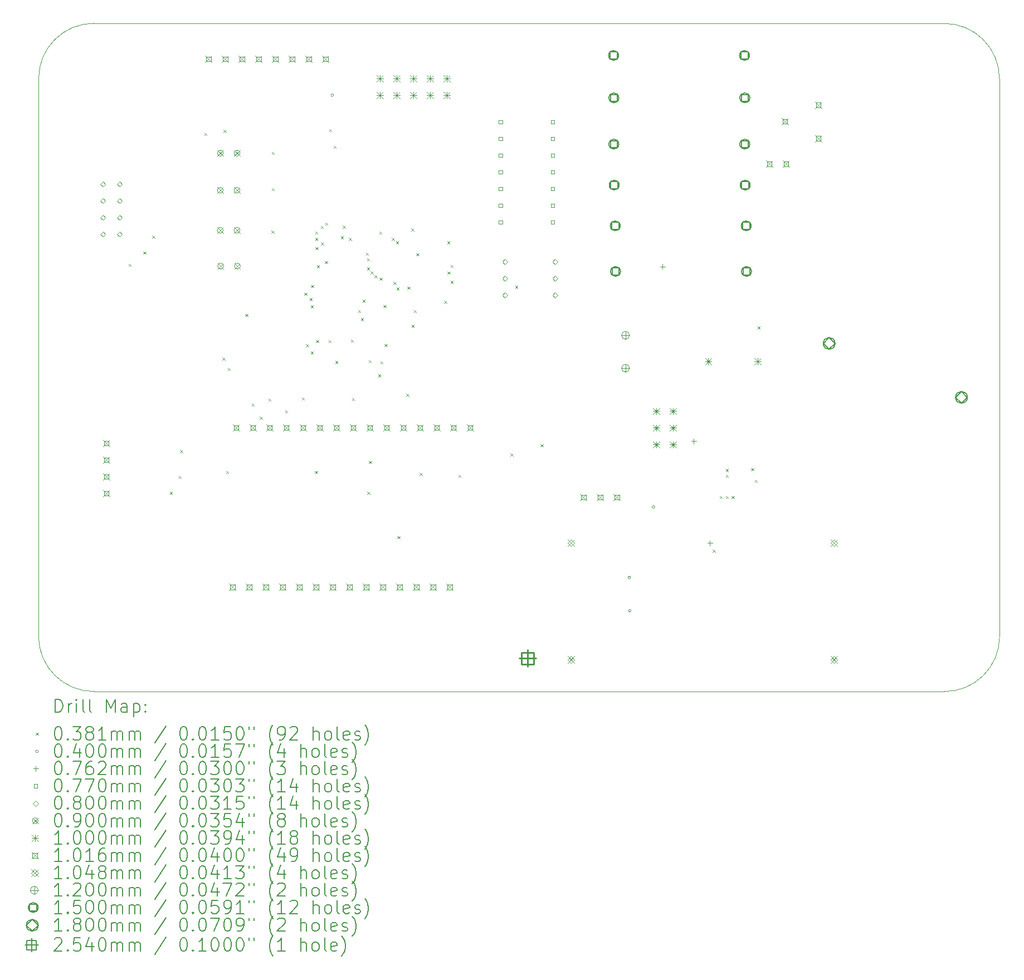
<source format=gbr>
%FSLAX45Y45*%
G04 Gerber Fmt 4.5, Leading zero omitted, Abs format (unit mm)*
G04 Created by KiCad (PCBNEW (6.0.4)) date 2023-03-10 14:52:50*
%MOMM*%
%LPD*%
G01*
G04 APERTURE LIST*
%TA.AperFunction,Profile*%
%ADD10C,0.100000*%
%TD*%
%ADD11C,0.200000*%
%ADD12C,0.038100*%
%ADD13C,0.040000*%
%ADD14C,0.076200*%
%ADD15C,0.077000*%
%ADD16C,0.080000*%
%ADD17C,0.090000*%
%ADD18C,0.100000*%
%ADD19C,0.101600*%
%ADD20C,0.104800*%
%ADD21C,0.120000*%
%ADD22C,0.150000*%
%ADD23C,0.180000*%
%ADD24C,0.254000*%
G04 APERTURE END LIST*
D10*
X20967000Y-13794000D02*
X8047345Y-13794000D01*
X21800737Y-4474263D02*
G75*
G03*
X20961737Y-3635263I-838997J3D01*
G01*
X21800737Y-4474263D02*
X21804000Y-12957000D01*
X7198347Y-12959250D02*
G75*
G03*
X8047345Y-13794000I841998J7250D01*
G01*
X8039000Y-3634000D02*
X20961737Y-3635263D01*
X20967000Y-13794000D02*
G75*
G03*
X21804000Y-12957000I0J837000D01*
G01*
X8039000Y-3634000D02*
G75*
G03*
X7200000Y-4473000I0J-839000D01*
G01*
X7198347Y-12959250D02*
X7200000Y-4473000D01*
D11*
D12*
X8566150Y-7288530D02*
X8604250Y-7326630D01*
X8604250Y-7288530D02*
X8566150Y-7326630D01*
X8792210Y-7105650D02*
X8830310Y-7143750D01*
X8830310Y-7105650D02*
X8792210Y-7143750D01*
X8926830Y-6861810D02*
X8964930Y-6899910D01*
X8964930Y-6861810D02*
X8926830Y-6899910D01*
X9193530Y-10758170D02*
X9231630Y-10796270D01*
X9231630Y-10758170D02*
X9193530Y-10796270D01*
X9328150Y-10514330D02*
X9366250Y-10552430D01*
X9366250Y-10514330D02*
X9328150Y-10552430D01*
X9348470Y-10123170D02*
X9386570Y-10161270D01*
X9386570Y-10123170D02*
X9348470Y-10161270D01*
X9716770Y-5299710D02*
X9754870Y-5337810D01*
X9754870Y-5299710D02*
X9716770Y-5337810D01*
X9993630Y-8716010D02*
X10031730Y-8754110D01*
X10031730Y-8716010D02*
X9993630Y-8754110D01*
X10011410Y-5253990D02*
X10049510Y-5292090D01*
X10049510Y-5253990D02*
X10011410Y-5292090D01*
X10049510Y-10438130D02*
X10087610Y-10476230D01*
X10087610Y-10438130D02*
X10049510Y-10476230D01*
X10074910Y-8873490D02*
X10113010Y-8911590D01*
X10113010Y-8873490D02*
X10074910Y-8911590D01*
X10341610Y-8050530D02*
X10379710Y-8088630D01*
X10379710Y-8050530D02*
X10341610Y-8088630D01*
X10438130Y-9417050D02*
X10476230Y-9455150D01*
X10476230Y-9417050D02*
X10438130Y-9455150D01*
X10560050Y-9615170D02*
X10598150Y-9653270D01*
X10598150Y-9615170D02*
X10560050Y-9653270D01*
X10692130Y-9338310D02*
X10730230Y-9376410D01*
X10730230Y-9338310D02*
X10692130Y-9376410D01*
X10739490Y-6785610D02*
X10777590Y-6823710D01*
X10777590Y-6785610D02*
X10739490Y-6823710D01*
X10740390Y-6140450D02*
X10778490Y-6178550D01*
X10778490Y-6140450D02*
X10740390Y-6178550D01*
X10742930Y-5589270D02*
X10781030Y-5627370D01*
X10781030Y-5589270D02*
X10742930Y-5627370D01*
X10946130Y-9516110D02*
X10984230Y-9554210D01*
X10984230Y-9516110D02*
X10946130Y-9554210D01*
X11200130Y-9323070D02*
X11238230Y-9361170D01*
X11238230Y-9323070D02*
X11200130Y-9361170D01*
X11238230Y-7730490D02*
X11276330Y-7768590D01*
X11276330Y-7730490D02*
X11238230Y-7768590D01*
X11264866Y-8513710D02*
X11302966Y-8551810D01*
X11302966Y-8513710D02*
X11264866Y-8551810D01*
X11318938Y-7809230D02*
X11357038Y-7847330D01*
X11357038Y-7809230D02*
X11318938Y-7847330D01*
X11333110Y-7921486D02*
X11371210Y-7959586D01*
X11371210Y-7921486D02*
X11333110Y-7959586D01*
X11334750Y-8622030D02*
X11372850Y-8660130D01*
X11372850Y-8622030D02*
X11334750Y-8660130D01*
X11339830Y-7613650D02*
X11377930Y-7651750D01*
X11377930Y-7613650D02*
X11339830Y-7651750D01*
X11398250Y-10438130D02*
X11436350Y-10476230D01*
X11436350Y-10438130D02*
X11398250Y-10476230D01*
X11400789Y-6897370D02*
X11438889Y-6935470D01*
X11438889Y-6897370D02*
X11400789Y-6935470D01*
X11400790Y-6798310D02*
X11438890Y-6836410D01*
X11438890Y-6798310D02*
X11400790Y-6836410D01*
X11405870Y-7037070D02*
X11443970Y-7075170D01*
X11443970Y-7037070D02*
X11405870Y-7075170D01*
X11416030Y-8449310D02*
X11454130Y-8487410D01*
X11454130Y-8449310D02*
X11416030Y-8487410D01*
X11427950Y-7312950D02*
X11466050Y-7351050D01*
X11466050Y-7312950D02*
X11427950Y-7351050D01*
X11487150Y-6714490D02*
X11525250Y-6752590D01*
X11525250Y-6714490D02*
X11487150Y-6752590D01*
X11492373Y-6963319D02*
X11530473Y-7001419D01*
X11530473Y-6963319D02*
X11492373Y-7001419D01*
X11552306Y-7246932D02*
X11590406Y-7285032D01*
X11590406Y-7246932D02*
X11552306Y-7285032D01*
X11554639Y-6665407D02*
X11592739Y-6703507D01*
X11592739Y-6665407D02*
X11554639Y-6703507D01*
X11606919Y-8452239D02*
X11645019Y-8490339D01*
X11645019Y-8452239D02*
X11606919Y-8490339D01*
X11614150Y-5241290D02*
X11652250Y-5279390D01*
X11652250Y-5241290D02*
X11614150Y-5279390D01*
X11683440Y-5495290D02*
X11721540Y-5533390D01*
X11721540Y-5495290D02*
X11683440Y-5533390D01*
X11708466Y-8769349D02*
X11746566Y-8807449D01*
X11746566Y-8769349D02*
X11708466Y-8807449D01*
X11793628Y-6870292D02*
X11831728Y-6908392D01*
X11831728Y-6870292D02*
X11793628Y-6908392D01*
X11822430Y-6709410D02*
X11860530Y-6747510D01*
X11860530Y-6709410D02*
X11822430Y-6747510D01*
X11916323Y-6895615D02*
X11954423Y-6933715D01*
X11954423Y-6895615D02*
X11916323Y-6933715D01*
X11946006Y-8440732D02*
X11984106Y-8478832D01*
X11984106Y-8440732D02*
X11946006Y-8478832D01*
X11962130Y-9330690D02*
X12000230Y-9368790D01*
X12000230Y-9330690D02*
X11962130Y-9368790D01*
X12054745Y-7992745D02*
X12092845Y-8030845D01*
X12092845Y-7992745D02*
X12054745Y-8030845D01*
X12096950Y-8114950D02*
X12135050Y-8153050D01*
X12135050Y-8114950D02*
X12096950Y-8153050D01*
X12121678Y-7834737D02*
X12159778Y-7872837D01*
X12159778Y-7834737D02*
X12121678Y-7872837D01*
X12173734Y-7122971D02*
X12211834Y-7161071D01*
X12211834Y-7122971D02*
X12173734Y-7161071D01*
X12190546Y-7204710D02*
X12228646Y-7242810D01*
X12228646Y-7204710D02*
X12190546Y-7242810D01*
X12190546Y-7344410D02*
X12228646Y-7382510D01*
X12228646Y-7344410D02*
X12190546Y-7382510D01*
X12195810Y-10755630D02*
X12233910Y-10793730D01*
X12233910Y-10755630D02*
X12195810Y-10793730D01*
X12213590Y-8756650D02*
X12251690Y-8794750D01*
X12251690Y-8756650D02*
X12213590Y-8794750D01*
X12221210Y-10288270D02*
X12259310Y-10326370D01*
X12259310Y-10288270D02*
X12221210Y-10326370D01*
X12246756Y-7406090D02*
X12284856Y-7444190D01*
X12284856Y-7406090D02*
X12246756Y-7444190D01*
X12305764Y-7465098D02*
X12343864Y-7503198D01*
X12343864Y-7465098D02*
X12305764Y-7503198D01*
X12358370Y-8972550D02*
X12396470Y-9010650D01*
X12396470Y-8972550D02*
X12358370Y-9010650D01*
X12377806Y-6797352D02*
X12415906Y-6835452D01*
X12415906Y-6797352D02*
X12377806Y-6835452D01*
X12381458Y-7500232D02*
X12419558Y-7538332D01*
X12419558Y-7500232D02*
X12381458Y-7538332D01*
X12393930Y-8771890D02*
X12432030Y-8809990D01*
X12432030Y-8771890D02*
X12393930Y-8809990D01*
X12438950Y-7915950D02*
X12477050Y-7954050D01*
X12477050Y-7915950D02*
X12438950Y-7954050D01*
X12454890Y-8510270D02*
X12492990Y-8548370D01*
X12492990Y-8510270D02*
X12454890Y-8548370D01*
X12565531Y-6895813D02*
X12603631Y-6933913D01*
X12603631Y-6895813D02*
X12565531Y-6933913D01*
X12591166Y-7564432D02*
X12629266Y-7602532D01*
X12629266Y-7564432D02*
X12591166Y-7602532D01*
X12631274Y-6947212D02*
X12669374Y-6985312D01*
X12669374Y-6947212D02*
X12631274Y-6985312D01*
X12640310Y-7651750D02*
X12678410Y-7689850D01*
X12678410Y-7651750D02*
X12640310Y-7689850D01*
X12650470Y-11428730D02*
X12688570Y-11466830D01*
X12688570Y-11428730D02*
X12650470Y-11466830D01*
X12788866Y-9267190D02*
X12826966Y-9305290D01*
X12826966Y-9267190D02*
X12788866Y-9305290D01*
X12804526Y-7638092D02*
X12842626Y-7676192D01*
X12842626Y-7638092D02*
X12804526Y-7676192D01*
X12861290Y-6752590D02*
X12899390Y-6790690D01*
X12899390Y-6752590D02*
X12861290Y-6790690D01*
X12866370Y-8218170D02*
X12904470Y-8256270D01*
X12904470Y-8218170D02*
X12866370Y-8256270D01*
X12901930Y-7994650D02*
X12940030Y-8032750D01*
X12940030Y-7994650D02*
X12901930Y-8032750D01*
X12940030Y-7131019D02*
X12978130Y-7169119D01*
X12978130Y-7131019D02*
X12940030Y-7169119D01*
X12990830Y-10468610D02*
X13028930Y-10506710D01*
X13028930Y-10468610D02*
X12990830Y-10506710D01*
X13360786Y-7851452D02*
X13398886Y-7889552D01*
X13398886Y-7851452D02*
X13360786Y-7889552D01*
X13409930Y-6948170D02*
X13448030Y-6986270D01*
X13448030Y-6948170D02*
X13409930Y-6986270D01*
X13415581Y-7409878D02*
X13453681Y-7447978D01*
X13453681Y-7409878D02*
X13415581Y-7447978D01*
X13461741Y-7306310D02*
X13499841Y-7344410D01*
X13499841Y-7306310D02*
X13461741Y-7344410D01*
X13461741Y-7547610D02*
X13499841Y-7585710D01*
X13499841Y-7547610D02*
X13461741Y-7585710D01*
X13579950Y-10499950D02*
X13618050Y-10538050D01*
X13618050Y-10499950D02*
X13579950Y-10538050D01*
X14370950Y-10173950D02*
X14409050Y-10212050D01*
X14409050Y-10173950D02*
X14370950Y-10212050D01*
X14441950Y-7624950D02*
X14480050Y-7663050D01*
X14480050Y-7624950D02*
X14441950Y-7663050D01*
X14827250Y-10034270D02*
X14865350Y-10072370D01*
X14865350Y-10034270D02*
X14827250Y-10072370D01*
X17443450Y-11637010D02*
X17481550Y-11675110D01*
X17481550Y-11637010D02*
X17443450Y-11675110D01*
X17550950Y-10820950D02*
X17589050Y-10859050D01*
X17589050Y-10820950D02*
X17550950Y-10859050D01*
X17640950Y-10410950D02*
X17679050Y-10449050D01*
X17679050Y-10410950D02*
X17640950Y-10449050D01*
X17640950Y-10500950D02*
X17679050Y-10539050D01*
X17679050Y-10500950D02*
X17640950Y-10539050D01*
X17640950Y-10820950D02*
X17679050Y-10859050D01*
X17679050Y-10820950D02*
X17640950Y-10859050D01*
X17730950Y-10821421D02*
X17769050Y-10859521D01*
X17769050Y-10821421D02*
X17730950Y-10859521D01*
X18026030Y-10395870D02*
X18064130Y-10433970D01*
X18064130Y-10395870D02*
X18026030Y-10433970D01*
X18080990Y-10575290D02*
X18119090Y-10613390D01*
X18119090Y-10575290D02*
X18080990Y-10613390D01*
X18124950Y-8240950D02*
X18163050Y-8279050D01*
X18163050Y-8240950D02*
X18124950Y-8279050D01*
D13*
X11681140Y-4726940D02*
G75*
G03*
X11681140Y-4726940I-20000J0D01*
G01*
X16194720Y-12059920D02*
G75*
G03*
X16194720Y-12059920I-20000J0D01*
G01*
X16202340Y-12565380D02*
G75*
G03*
X16202340Y-12565380I-20000J0D01*
G01*
X16563020Y-10988040D02*
G75*
G03*
X16563020Y-10988040I-20000J0D01*
G01*
D14*
X16680180Y-7294880D02*
X16680180Y-7371080D01*
X16642080Y-7332980D02*
X16718280Y-7332980D01*
X17155160Y-9949180D02*
X17155160Y-10025380D01*
X17117060Y-9987280D02*
X17193260Y-9987280D01*
X17402000Y-11496900D02*
X17402000Y-11573100D01*
X17363900Y-11535000D02*
X17440100Y-11535000D01*
D15*
X14245384Y-5160564D02*
X14245384Y-5106116D01*
X14190936Y-5106116D01*
X14190936Y-5160564D01*
X14245384Y-5160564D01*
X14245384Y-5414564D02*
X14245384Y-5360116D01*
X14190936Y-5360116D01*
X14190936Y-5414564D01*
X14245384Y-5414564D01*
X14245384Y-5668564D02*
X14245384Y-5614116D01*
X14190936Y-5614116D01*
X14190936Y-5668564D01*
X14245384Y-5668564D01*
X14245384Y-5922564D02*
X14245384Y-5868116D01*
X14190936Y-5868116D01*
X14190936Y-5922564D01*
X14245384Y-5922564D01*
X14245384Y-6176564D02*
X14245384Y-6122116D01*
X14190936Y-6122116D01*
X14190936Y-6176564D01*
X14245384Y-6176564D01*
X14245384Y-6430564D02*
X14245384Y-6376116D01*
X14190936Y-6376116D01*
X14190936Y-6430564D01*
X14245384Y-6430564D01*
X14245384Y-6684564D02*
X14245384Y-6630116D01*
X14190936Y-6630116D01*
X14190936Y-6684564D01*
X14245384Y-6684564D01*
X15039384Y-5160564D02*
X15039384Y-5106116D01*
X14984936Y-5106116D01*
X14984936Y-5160564D01*
X15039384Y-5160564D01*
X15039384Y-5414564D02*
X15039384Y-5360116D01*
X14984936Y-5360116D01*
X14984936Y-5414564D01*
X15039384Y-5414564D01*
X15039384Y-5668564D02*
X15039384Y-5614116D01*
X14984936Y-5614116D01*
X14984936Y-5668564D01*
X15039384Y-5668564D01*
X15039384Y-5922564D02*
X15039384Y-5868116D01*
X14984936Y-5868116D01*
X14984936Y-5922564D01*
X15039384Y-5922564D01*
X15039384Y-6176564D02*
X15039384Y-6122116D01*
X14984936Y-6122116D01*
X14984936Y-6176564D01*
X15039384Y-6176564D01*
X15039384Y-6430564D02*
X15039384Y-6376116D01*
X14984936Y-6376116D01*
X14984936Y-6430564D01*
X15039384Y-6430564D01*
X15039384Y-6684564D02*
X15039384Y-6630116D01*
X14984936Y-6630116D01*
X14984936Y-6684564D01*
X15039384Y-6684564D01*
D16*
X8176680Y-6119190D02*
X8216680Y-6079190D01*
X8176680Y-6039190D01*
X8136680Y-6079190D01*
X8176680Y-6119190D01*
X8176680Y-6373190D02*
X8216680Y-6333190D01*
X8176680Y-6293190D01*
X8136680Y-6333190D01*
X8176680Y-6373190D01*
X8176680Y-6627190D02*
X8216680Y-6587190D01*
X8176680Y-6547190D01*
X8136680Y-6587190D01*
X8176680Y-6627190D01*
X8176680Y-6881190D02*
X8216680Y-6841190D01*
X8176680Y-6801190D01*
X8136680Y-6841190D01*
X8176680Y-6881190D01*
X8430680Y-6119190D02*
X8470680Y-6079190D01*
X8430680Y-6039190D01*
X8390680Y-6079190D01*
X8430680Y-6119190D01*
X8430680Y-6373190D02*
X8470680Y-6333190D01*
X8430680Y-6293190D01*
X8390680Y-6333190D01*
X8430680Y-6373190D01*
X8430680Y-6627190D02*
X8470680Y-6587190D01*
X8430680Y-6547190D01*
X8390680Y-6587190D01*
X8430680Y-6627190D01*
X8430680Y-6881190D02*
X8470680Y-6841190D01*
X8430680Y-6801190D01*
X8390680Y-6841190D01*
X8430680Y-6881190D01*
X14286499Y-7300359D02*
X14326499Y-7260359D01*
X14286499Y-7220359D01*
X14246499Y-7260359D01*
X14286499Y-7300359D01*
X14286499Y-7554359D02*
X14326499Y-7514359D01*
X14286499Y-7474359D01*
X14246499Y-7514359D01*
X14286499Y-7554359D01*
X14286499Y-7808359D02*
X14326499Y-7768359D01*
X14286499Y-7728359D01*
X14246499Y-7768359D01*
X14286499Y-7808359D01*
X15048499Y-7300359D02*
X15088499Y-7260359D01*
X15048499Y-7220359D01*
X15008499Y-7260359D01*
X15048499Y-7300359D01*
X15048499Y-7554359D02*
X15088499Y-7514359D01*
X15048499Y-7474359D01*
X15008499Y-7514359D01*
X15048499Y-7554359D01*
X15048499Y-7808359D02*
X15088499Y-7768359D01*
X15048499Y-7728359D01*
X15008499Y-7768359D01*
X15048499Y-7808359D01*
D17*
X9913840Y-6734260D02*
X10003840Y-6824260D01*
X10003840Y-6734260D02*
X9913840Y-6824260D01*
X10003840Y-6779260D02*
G75*
G03*
X10003840Y-6779260I-45000J0D01*
G01*
X9914340Y-6127200D02*
X10004340Y-6217200D01*
X10004340Y-6127200D02*
X9914340Y-6217200D01*
X10004340Y-6172200D02*
G75*
G03*
X10004340Y-6172200I-45000J0D01*
G01*
X9916380Y-5563320D02*
X10006380Y-5653320D01*
X10006380Y-5563320D02*
X9916380Y-5653320D01*
X10006380Y-5608320D02*
G75*
G03*
X10006380Y-5608320I-45000J0D01*
G01*
X9921460Y-7280360D02*
X10011460Y-7370360D01*
X10011460Y-7280360D02*
X9921460Y-7370360D01*
X10011460Y-7325360D02*
G75*
G03*
X10011460Y-7325360I-45000J0D01*
G01*
X10167840Y-6734260D02*
X10257840Y-6824260D01*
X10257840Y-6734260D02*
X10167840Y-6824260D01*
X10257840Y-6779260D02*
G75*
G03*
X10257840Y-6779260I-45000J0D01*
G01*
X10168340Y-6127200D02*
X10258340Y-6217200D01*
X10258340Y-6127200D02*
X10168340Y-6217200D01*
X10258340Y-6172200D02*
G75*
G03*
X10258340Y-6172200I-45000J0D01*
G01*
X10170380Y-5563320D02*
X10260380Y-5653320D01*
X10260380Y-5563320D02*
X10170380Y-5653320D01*
X10260380Y-5608320D02*
G75*
G03*
X10260380Y-5608320I-45000J0D01*
G01*
X10175460Y-7280360D02*
X10265460Y-7370360D01*
X10265460Y-7280360D02*
X10175460Y-7370360D01*
X10265460Y-7325360D02*
G75*
G03*
X10265460Y-7325360I-45000J0D01*
G01*
D18*
X12337580Y-4422940D02*
X12437580Y-4522940D01*
X12437580Y-4422940D02*
X12337580Y-4522940D01*
X12387580Y-4422940D02*
X12387580Y-4522940D01*
X12337580Y-4472940D02*
X12437580Y-4472940D01*
X12337580Y-4676940D02*
X12437580Y-4776940D01*
X12437580Y-4676940D02*
X12337580Y-4776940D01*
X12387580Y-4676940D02*
X12387580Y-4776940D01*
X12337580Y-4726940D02*
X12437580Y-4726940D01*
X12591580Y-4422940D02*
X12691580Y-4522940D01*
X12691580Y-4422940D02*
X12591580Y-4522940D01*
X12641580Y-4422940D02*
X12641580Y-4522940D01*
X12591580Y-4472940D02*
X12691580Y-4472940D01*
X12591580Y-4676940D02*
X12691580Y-4776940D01*
X12691580Y-4676940D02*
X12591580Y-4776940D01*
X12641580Y-4676940D02*
X12641580Y-4776940D01*
X12591580Y-4726940D02*
X12691580Y-4726940D01*
X12845580Y-4422940D02*
X12945580Y-4522940D01*
X12945580Y-4422940D02*
X12845580Y-4522940D01*
X12895580Y-4422940D02*
X12895580Y-4522940D01*
X12845580Y-4472940D02*
X12945580Y-4472940D01*
X12845580Y-4676940D02*
X12945580Y-4776940D01*
X12945580Y-4676940D02*
X12845580Y-4776940D01*
X12895580Y-4676940D02*
X12895580Y-4776940D01*
X12845580Y-4726940D02*
X12945580Y-4726940D01*
X13099580Y-4422940D02*
X13199580Y-4522940D01*
X13199580Y-4422940D02*
X13099580Y-4522940D01*
X13149580Y-4422940D02*
X13149580Y-4522940D01*
X13099580Y-4472940D02*
X13199580Y-4472940D01*
X13099580Y-4676940D02*
X13199580Y-4776940D01*
X13199580Y-4676940D02*
X13099580Y-4776940D01*
X13149580Y-4676940D02*
X13149580Y-4776940D01*
X13099580Y-4726940D02*
X13199580Y-4726940D01*
X13353580Y-4422940D02*
X13453580Y-4522940D01*
X13453580Y-4422940D02*
X13353580Y-4522940D01*
X13403580Y-4422940D02*
X13403580Y-4522940D01*
X13353580Y-4472940D02*
X13453580Y-4472940D01*
X13353580Y-4676940D02*
X13453580Y-4776940D01*
X13453580Y-4676940D02*
X13353580Y-4776940D01*
X13403580Y-4676940D02*
X13403580Y-4776940D01*
X13353580Y-4726940D02*
X13453580Y-4726940D01*
X16535659Y-9481581D02*
X16635659Y-9581581D01*
X16635659Y-9481581D02*
X16535659Y-9581581D01*
X16585659Y-9481581D02*
X16585659Y-9581581D01*
X16535659Y-9531581D02*
X16635659Y-9531581D01*
X16535659Y-9735581D02*
X16635659Y-9835581D01*
X16635659Y-9735581D02*
X16535659Y-9835581D01*
X16585659Y-9735581D02*
X16585659Y-9835581D01*
X16535659Y-9785581D02*
X16635659Y-9785581D01*
X16535659Y-9989581D02*
X16635659Y-10089581D01*
X16635659Y-9989581D02*
X16535659Y-10089581D01*
X16585659Y-9989581D02*
X16585659Y-10089581D01*
X16535659Y-10039581D02*
X16635659Y-10039581D01*
X16789659Y-9481581D02*
X16889659Y-9581581D01*
X16889659Y-9481581D02*
X16789659Y-9581581D01*
X16839659Y-9481581D02*
X16839659Y-9581581D01*
X16789659Y-9531581D02*
X16889659Y-9531581D01*
X16789659Y-9735581D02*
X16889659Y-9835581D01*
X16889659Y-9735581D02*
X16789659Y-9835581D01*
X16839659Y-9735581D02*
X16839659Y-9835581D01*
X16789659Y-9785581D02*
X16889659Y-9785581D01*
X16789659Y-9989581D02*
X16889659Y-10089581D01*
X16889659Y-9989581D02*
X16789659Y-10089581D01*
X16839659Y-9989581D02*
X16839659Y-10089581D01*
X16789659Y-10039581D02*
X16889659Y-10039581D01*
X17327980Y-8723160D02*
X17427980Y-8823160D01*
X17427980Y-8723160D02*
X17327980Y-8823160D01*
X17377980Y-8723160D02*
X17377980Y-8823160D01*
X17327980Y-8773160D02*
X17427980Y-8773160D01*
X18077980Y-8723160D02*
X18177980Y-8823160D01*
X18177980Y-8723160D02*
X18077980Y-8823160D01*
X18127980Y-8723160D02*
X18127980Y-8823160D01*
X18077980Y-8773160D02*
X18177980Y-8773160D01*
D19*
X8178800Y-9969500D02*
X8280400Y-10071100D01*
X8280400Y-9969500D02*
X8178800Y-10071100D01*
X8265521Y-10056221D02*
X8265521Y-9984379D01*
X8193679Y-9984379D01*
X8193679Y-10056221D01*
X8265521Y-10056221D01*
X8178800Y-10223500D02*
X8280400Y-10325100D01*
X8280400Y-10223500D02*
X8178800Y-10325100D01*
X8265521Y-10310221D02*
X8265521Y-10238379D01*
X8193679Y-10238379D01*
X8193679Y-10310221D01*
X8265521Y-10310221D01*
X8178800Y-10477500D02*
X8280400Y-10579100D01*
X8280400Y-10477500D02*
X8178800Y-10579100D01*
X8265521Y-10564221D02*
X8265521Y-10492379D01*
X8193679Y-10492379D01*
X8193679Y-10564221D01*
X8265521Y-10564221D01*
X8178800Y-10731500D02*
X8280400Y-10833100D01*
X8280400Y-10731500D02*
X8178800Y-10833100D01*
X8265521Y-10818221D02*
X8265521Y-10746379D01*
X8193679Y-10746379D01*
X8193679Y-10818221D01*
X8265521Y-10818221D01*
X9730740Y-4127500D02*
X9832340Y-4229100D01*
X9832340Y-4127500D02*
X9730740Y-4229100D01*
X9817461Y-4214221D02*
X9817461Y-4142379D01*
X9745619Y-4142379D01*
X9745619Y-4214221D01*
X9817461Y-4214221D01*
X9984740Y-4127500D02*
X10086340Y-4229100D01*
X10086340Y-4127500D02*
X9984740Y-4229100D01*
X10071461Y-4214221D02*
X10071461Y-4142379D01*
X9999619Y-4142379D01*
X9999619Y-4214221D01*
X10071461Y-4214221D01*
X10096500Y-12156440D02*
X10198100Y-12258040D01*
X10198100Y-12156440D02*
X10096500Y-12258040D01*
X10183221Y-12243161D02*
X10183221Y-12171319D01*
X10111379Y-12171319D01*
X10111379Y-12243161D01*
X10183221Y-12243161D01*
X10152716Y-9730244D02*
X10254316Y-9831844D01*
X10254316Y-9730244D02*
X10152716Y-9831844D01*
X10239438Y-9816965D02*
X10239438Y-9745123D01*
X10167595Y-9745123D01*
X10167595Y-9816965D01*
X10239438Y-9816965D01*
X10238740Y-4127500D02*
X10340340Y-4229100D01*
X10340340Y-4127500D02*
X10238740Y-4229100D01*
X10325461Y-4214221D02*
X10325461Y-4142379D01*
X10253619Y-4142379D01*
X10253619Y-4214221D01*
X10325461Y-4214221D01*
X10350500Y-12156440D02*
X10452100Y-12258040D01*
X10452100Y-12156440D02*
X10350500Y-12258040D01*
X10437221Y-12243161D02*
X10437221Y-12171319D01*
X10365379Y-12171319D01*
X10365379Y-12243161D01*
X10437221Y-12243161D01*
X10406716Y-9730244D02*
X10508316Y-9831844D01*
X10508316Y-9730244D02*
X10406716Y-9831844D01*
X10493438Y-9816965D02*
X10493438Y-9745123D01*
X10421595Y-9745123D01*
X10421595Y-9816965D01*
X10493438Y-9816965D01*
X10492740Y-4127500D02*
X10594340Y-4229100D01*
X10594340Y-4127500D02*
X10492740Y-4229100D01*
X10579461Y-4214221D02*
X10579461Y-4142379D01*
X10507619Y-4142379D01*
X10507619Y-4214221D01*
X10579461Y-4214221D01*
X10604500Y-12156440D02*
X10706100Y-12258040D01*
X10706100Y-12156440D02*
X10604500Y-12258040D01*
X10691221Y-12243161D02*
X10691221Y-12171319D01*
X10619379Y-12171319D01*
X10619379Y-12243161D01*
X10691221Y-12243161D01*
X10660716Y-9730244D02*
X10762316Y-9831844D01*
X10762316Y-9730244D02*
X10660716Y-9831844D01*
X10747438Y-9816965D02*
X10747438Y-9745123D01*
X10675595Y-9745123D01*
X10675595Y-9816965D01*
X10747438Y-9816965D01*
X10746740Y-4127500D02*
X10848340Y-4229100D01*
X10848340Y-4127500D02*
X10746740Y-4229100D01*
X10833461Y-4214221D02*
X10833461Y-4142379D01*
X10761619Y-4142379D01*
X10761619Y-4214221D01*
X10833461Y-4214221D01*
X10858500Y-12156440D02*
X10960100Y-12258040D01*
X10960100Y-12156440D02*
X10858500Y-12258040D01*
X10945221Y-12243161D02*
X10945221Y-12171319D01*
X10873379Y-12171319D01*
X10873379Y-12243161D01*
X10945221Y-12243161D01*
X10914716Y-9730244D02*
X11016316Y-9831844D01*
X11016316Y-9730244D02*
X10914716Y-9831844D01*
X11001438Y-9816965D02*
X11001438Y-9745123D01*
X10929595Y-9745123D01*
X10929595Y-9816965D01*
X11001438Y-9816965D01*
X11000740Y-4127500D02*
X11102340Y-4229100D01*
X11102340Y-4127500D02*
X11000740Y-4229100D01*
X11087461Y-4214221D02*
X11087461Y-4142379D01*
X11015619Y-4142379D01*
X11015619Y-4214221D01*
X11087461Y-4214221D01*
X11112500Y-12156440D02*
X11214100Y-12258040D01*
X11214100Y-12156440D02*
X11112500Y-12258040D01*
X11199221Y-12243161D02*
X11199221Y-12171319D01*
X11127379Y-12171319D01*
X11127379Y-12243161D01*
X11199221Y-12243161D01*
X11168716Y-9730244D02*
X11270316Y-9831844D01*
X11270316Y-9730244D02*
X11168716Y-9831844D01*
X11255438Y-9816965D02*
X11255438Y-9745123D01*
X11183595Y-9745123D01*
X11183595Y-9816965D01*
X11255438Y-9816965D01*
X11254740Y-4127500D02*
X11356340Y-4229100D01*
X11356340Y-4127500D02*
X11254740Y-4229100D01*
X11341461Y-4214221D02*
X11341461Y-4142379D01*
X11269619Y-4142379D01*
X11269619Y-4214221D01*
X11341461Y-4214221D01*
X11366500Y-12156440D02*
X11468100Y-12258040D01*
X11468100Y-12156440D02*
X11366500Y-12258040D01*
X11453221Y-12243161D02*
X11453221Y-12171319D01*
X11381379Y-12171319D01*
X11381379Y-12243161D01*
X11453221Y-12243161D01*
X11422716Y-9730244D02*
X11524316Y-9831844D01*
X11524316Y-9730244D02*
X11422716Y-9831844D01*
X11509438Y-9816965D02*
X11509438Y-9745123D01*
X11437595Y-9745123D01*
X11437595Y-9816965D01*
X11509438Y-9816965D01*
X11508740Y-4127500D02*
X11610340Y-4229100D01*
X11610340Y-4127500D02*
X11508740Y-4229100D01*
X11595461Y-4214221D02*
X11595461Y-4142379D01*
X11523619Y-4142379D01*
X11523619Y-4214221D01*
X11595461Y-4214221D01*
X11620500Y-12156440D02*
X11722100Y-12258040D01*
X11722100Y-12156440D02*
X11620500Y-12258040D01*
X11707221Y-12243161D02*
X11707221Y-12171319D01*
X11635379Y-12171319D01*
X11635379Y-12243161D01*
X11707221Y-12243161D01*
X11676716Y-9730244D02*
X11778316Y-9831844D01*
X11778316Y-9730244D02*
X11676716Y-9831844D01*
X11763438Y-9816965D02*
X11763438Y-9745123D01*
X11691595Y-9745123D01*
X11691595Y-9816965D01*
X11763438Y-9816965D01*
X11874500Y-12156440D02*
X11976100Y-12258040D01*
X11976100Y-12156440D02*
X11874500Y-12258040D01*
X11961221Y-12243161D02*
X11961221Y-12171319D01*
X11889379Y-12171319D01*
X11889379Y-12243161D01*
X11961221Y-12243161D01*
X11930716Y-9730244D02*
X12032316Y-9831844D01*
X12032316Y-9730244D02*
X11930716Y-9831844D01*
X12017438Y-9816965D02*
X12017438Y-9745123D01*
X11945595Y-9745123D01*
X11945595Y-9816965D01*
X12017438Y-9816965D01*
X12128500Y-12156440D02*
X12230100Y-12258040D01*
X12230100Y-12156440D02*
X12128500Y-12258040D01*
X12215221Y-12243161D02*
X12215221Y-12171319D01*
X12143379Y-12171319D01*
X12143379Y-12243161D01*
X12215221Y-12243161D01*
X12184716Y-9730244D02*
X12286316Y-9831844D01*
X12286316Y-9730244D02*
X12184716Y-9831844D01*
X12271438Y-9816965D02*
X12271438Y-9745123D01*
X12199595Y-9745123D01*
X12199595Y-9816965D01*
X12271438Y-9816965D01*
X12382500Y-12156440D02*
X12484100Y-12258040D01*
X12484100Y-12156440D02*
X12382500Y-12258040D01*
X12469221Y-12243161D02*
X12469221Y-12171319D01*
X12397379Y-12171319D01*
X12397379Y-12243161D01*
X12469221Y-12243161D01*
X12438716Y-9730244D02*
X12540316Y-9831844D01*
X12540316Y-9730244D02*
X12438716Y-9831844D01*
X12525438Y-9816965D02*
X12525438Y-9745123D01*
X12453595Y-9745123D01*
X12453595Y-9816965D01*
X12525438Y-9816965D01*
X12636500Y-12156440D02*
X12738100Y-12258040D01*
X12738100Y-12156440D02*
X12636500Y-12258040D01*
X12723221Y-12243161D02*
X12723221Y-12171319D01*
X12651379Y-12171319D01*
X12651379Y-12243161D01*
X12723221Y-12243161D01*
X12692716Y-9730244D02*
X12794316Y-9831844D01*
X12794316Y-9730244D02*
X12692716Y-9831844D01*
X12779438Y-9816965D02*
X12779438Y-9745123D01*
X12707595Y-9745123D01*
X12707595Y-9816965D01*
X12779438Y-9816965D01*
X12890500Y-12156440D02*
X12992100Y-12258040D01*
X12992100Y-12156440D02*
X12890500Y-12258040D01*
X12977221Y-12243161D02*
X12977221Y-12171319D01*
X12905379Y-12171319D01*
X12905379Y-12243161D01*
X12977221Y-12243161D01*
X12946716Y-9730244D02*
X13048316Y-9831844D01*
X13048316Y-9730244D02*
X12946716Y-9831844D01*
X13033438Y-9816965D02*
X13033438Y-9745123D01*
X12961595Y-9745123D01*
X12961595Y-9816965D01*
X13033438Y-9816965D01*
X13144500Y-12156440D02*
X13246100Y-12258040D01*
X13246100Y-12156440D02*
X13144500Y-12258040D01*
X13231221Y-12243161D02*
X13231221Y-12171319D01*
X13159379Y-12171319D01*
X13159379Y-12243161D01*
X13231221Y-12243161D01*
X13200716Y-9730244D02*
X13302316Y-9831844D01*
X13302316Y-9730244D02*
X13200716Y-9831844D01*
X13287438Y-9816965D02*
X13287438Y-9745123D01*
X13215595Y-9745123D01*
X13215595Y-9816965D01*
X13287438Y-9816965D01*
X13398500Y-12156440D02*
X13500100Y-12258040D01*
X13500100Y-12156440D02*
X13398500Y-12258040D01*
X13485221Y-12243161D02*
X13485221Y-12171319D01*
X13413379Y-12171319D01*
X13413379Y-12243161D01*
X13485221Y-12243161D01*
X13454716Y-9730244D02*
X13556316Y-9831844D01*
X13556316Y-9730244D02*
X13454716Y-9831844D01*
X13541438Y-9816965D02*
X13541438Y-9745123D01*
X13469595Y-9745123D01*
X13469595Y-9816965D01*
X13541438Y-9816965D01*
X13708716Y-9730244D02*
X13810316Y-9831844D01*
X13810316Y-9730244D02*
X13708716Y-9831844D01*
X13795438Y-9816965D02*
X13795438Y-9745123D01*
X13723595Y-9745123D01*
X13723595Y-9816965D01*
X13795438Y-9816965D01*
X15430500Y-10789920D02*
X15532100Y-10891520D01*
X15532100Y-10789920D02*
X15430500Y-10891520D01*
X15517221Y-10876641D02*
X15517221Y-10804799D01*
X15445379Y-10804799D01*
X15445379Y-10876641D01*
X15517221Y-10876641D01*
X15684500Y-10789920D02*
X15786100Y-10891520D01*
X15786100Y-10789920D02*
X15684500Y-10891520D01*
X15771221Y-10876641D02*
X15771221Y-10804799D01*
X15699379Y-10804799D01*
X15699379Y-10876641D01*
X15771221Y-10876641D01*
X15938500Y-10789920D02*
X16040100Y-10891520D01*
X16040100Y-10789920D02*
X15938500Y-10891520D01*
X16025221Y-10876641D02*
X16025221Y-10804799D01*
X15953379Y-10804799D01*
X15953379Y-10876641D01*
X16025221Y-10876641D01*
X18254980Y-5720080D02*
X18356580Y-5821680D01*
X18356580Y-5720080D02*
X18254980Y-5821680D01*
X18341701Y-5806801D02*
X18341701Y-5734959D01*
X18269859Y-5734959D01*
X18269859Y-5806801D01*
X18341701Y-5806801D01*
X18491200Y-5074285D02*
X18592800Y-5175885D01*
X18592800Y-5074285D02*
X18491200Y-5175885D01*
X18577921Y-5161006D02*
X18577921Y-5089164D01*
X18506079Y-5089164D01*
X18506079Y-5161006D01*
X18577921Y-5161006D01*
X18508980Y-5720080D02*
X18610580Y-5821680D01*
X18610580Y-5720080D02*
X18508980Y-5821680D01*
X18595701Y-5806801D02*
X18595701Y-5734959D01*
X18523859Y-5734959D01*
X18523859Y-5806801D01*
X18595701Y-5806801D01*
X18999200Y-4825365D02*
X19100800Y-4926965D01*
X19100800Y-4825365D02*
X18999200Y-4926965D01*
X19085921Y-4912086D02*
X19085921Y-4840244D01*
X19014079Y-4840244D01*
X19014079Y-4912086D01*
X19085921Y-4912086D01*
X18999200Y-5333365D02*
X19100800Y-5434965D01*
X19100800Y-5333365D02*
X18999200Y-5434965D01*
X19085921Y-5420086D02*
X19085921Y-5348244D01*
X19014079Y-5348244D01*
X19014079Y-5420086D01*
X19085921Y-5420086D01*
D20*
X15239219Y-11481360D02*
X15344019Y-11586160D01*
X15344019Y-11481360D02*
X15239219Y-11586160D01*
X15291619Y-11586160D02*
X15344019Y-11533760D01*
X15291619Y-11481360D01*
X15239219Y-11533760D01*
X15291619Y-11586160D01*
X15239219Y-13256360D02*
X15344019Y-13361160D01*
X15344019Y-13256360D02*
X15239219Y-13361160D01*
X15291619Y-13361160D02*
X15344019Y-13308760D01*
X15291619Y-13256360D01*
X15239219Y-13308760D01*
X15291619Y-13361160D01*
X19234220Y-11481360D02*
X19339020Y-11586160D01*
X19339020Y-11481360D02*
X19234220Y-11586160D01*
X19286620Y-11586160D02*
X19339020Y-11533760D01*
X19286620Y-11481360D01*
X19234220Y-11533760D01*
X19286620Y-11586160D01*
X19234220Y-13256360D02*
X19339020Y-13361160D01*
X19339020Y-13256360D02*
X19234220Y-13361160D01*
X19286620Y-13361160D02*
X19339020Y-13308760D01*
X19286620Y-13256360D01*
X19234220Y-13308760D01*
X19286620Y-13361160D01*
D21*
X16118840Y-8316920D02*
X16118840Y-8436920D01*
X16058840Y-8376920D02*
X16178840Y-8376920D01*
X16178840Y-8376920D02*
G75*
G03*
X16178840Y-8376920I-60000J0D01*
G01*
X16118840Y-8816920D02*
X16118840Y-8936920D01*
X16058840Y-8876920D02*
X16178840Y-8876920D01*
X16178840Y-8876920D02*
G75*
G03*
X16178840Y-8876920I-60000J0D01*
G01*
D22*
X15989673Y-4175453D02*
X15989673Y-4069386D01*
X15883606Y-4069386D01*
X15883606Y-4175453D01*
X15989673Y-4175453D01*
X16011640Y-4122420D02*
G75*
G03*
X16011640Y-4122420I-75000J0D01*
G01*
X15994233Y-5524194D02*
X15994233Y-5418127D01*
X15888166Y-5418127D01*
X15888166Y-5524194D01*
X15994233Y-5524194D01*
X16016199Y-5471160D02*
G75*
G03*
X16016199Y-5471160I-75000J0D01*
G01*
X15994753Y-4820614D02*
X15994753Y-4714547D01*
X15888686Y-4714547D01*
X15888686Y-4820614D01*
X15994753Y-4820614D01*
X16016720Y-4767580D02*
G75*
G03*
X16016720Y-4767580I-75000J0D01*
G01*
X15999833Y-6146493D02*
X15999833Y-6040426D01*
X15893766Y-6040426D01*
X15893766Y-6146493D01*
X15999833Y-6146493D01*
X16021800Y-6093460D02*
G75*
G03*
X16021800Y-6093460I-75000J0D01*
G01*
X16015073Y-6766253D02*
X16015073Y-6660186D01*
X15909006Y-6660186D01*
X15909006Y-6766253D01*
X16015073Y-6766253D01*
X16037040Y-6713220D02*
G75*
G03*
X16037040Y-6713220I-75000J0D01*
G01*
X16020153Y-7459673D02*
X16020153Y-7353606D01*
X15914086Y-7353606D01*
X15914086Y-7459673D01*
X16020153Y-7459673D01*
X16042120Y-7406640D02*
G75*
G03*
X16042120Y-7406640I-75000J0D01*
G01*
X17979674Y-4175453D02*
X17979674Y-4069386D01*
X17873607Y-4069386D01*
X17873607Y-4175453D01*
X17979674Y-4175453D01*
X18001640Y-4122420D02*
G75*
G03*
X18001640Y-4122420I-75000J0D01*
G01*
X17984233Y-5524194D02*
X17984233Y-5418127D01*
X17878166Y-5418127D01*
X17878166Y-5524194D01*
X17984233Y-5524194D01*
X18006199Y-5471160D02*
G75*
G03*
X18006199Y-5471160I-75000J0D01*
G01*
X17984754Y-4820614D02*
X17984754Y-4714547D01*
X17878687Y-4714547D01*
X17878687Y-4820614D01*
X17984754Y-4820614D01*
X18006720Y-4767580D02*
G75*
G03*
X18006720Y-4767580I-75000J0D01*
G01*
X17989834Y-6146493D02*
X17989834Y-6040426D01*
X17883767Y-6040426D01*
X17883767Y-6146493D01*
X17989834Y-6146493D01*
X18011800Y-6093460D02*
G75*
G03*
X18011800Y-6093460I-75000J0D01*
G01*
X18005074Y-6766253D02*
X18005074Y-6660186D01*
X17899007Y-6660186D01*
X17899007Y-6766253D01*
X18005074Y-6766253D01*
X18027040Y-6713220D02*
G75*
G03*
X18027040Y-6713220I-75000J0D01*
G01*
X18010154Y-7459673D02*
X18010154Y-7353606D01*
X17904087Y-7353606D01*
X17904087Y-7459673D01*
X18010154Y-7459673D01*
X18032120Y-7406640D02*
G75*
G03*
X18032120Y-7406640I-75000J0D01*
G01*
D23*
X19213720Y-8591381D02*
X19303720Y-8501381D01*
X19213720Y-8411381D01*
X19123720Y-8501381D01*
X19213720Y-8591381D01*
X19303720Y-8501381D02*
G75*
G03*
X19303720Y-8501381I-90000J0D01*
G01*
X21223720Y-9411381D02*
X21313720Y-9321381D01*
X21223720Y-9231381D01*
X21133720Y-9321381D01*
X21223720Y-9411381D01*
X21313720Y-9321381D02*
G75*
G03*
X21313720Y-9321381I-90000J0D01*
G01*
D24*
X14630400Y-13162280D02*
X14630400Y-13416280D01*
X14503400Y-13289280D02*
X14757400Y-13289280D01*
X14720203Y-13379083D02*
X14720203Y-13199477D01*
X14540597Y-13199477D01*
X14540597Y-13379083D01*
X14720203Y-13379083D01*
D11*
X7450966Y-14109505D02*
X7450966Y-13909505D01*
X7498585Y-13909505D01*
X7527157Y-13919029D01*
X7546204Y-13938077D01*
X7555728Y-13957124D01*
X7565252Y-13995219D01*
X7565252Y-14023791D01*
X7555728Y-14061886D01*
X7546204Y-14080934D01*
X7527157Y-14099981D01*
X7498585Y-14109505D01*
X7450966Y-14109505D01*
X7650966Y-14109505D02*
X7650966Y-13976172D01*
X7650966Y-14014267D02*
X7660490Y-13995219D01*
X7670014Y-13985696D01*
X7689061Y-13976172D01*
X7708109Y-13976172D01*
X7774776Y-14109505D02*
X7774776Y-13976172D01*
X7774776Y-13909505D02*
X7765252Y-13919029D01*
X7774776Y-13928553D01*
X7784300Y-13919029D01*
X7774776Y-13909505D01*
X7774776Y-13928553D01*
X7898585Y-14109505D02*
X7879538Y-14099981D01*
X7870014Y-14080934D01*
X7870014Y-13909505D01*
X8003347Y-14109505D02*
X7984300Y-14099981D01*
X7974776Y-14080934D01*
X7974776Y-13909505D01*
X8231919Y-14109505D02*
X8231919Y-13909505D01*
X8298585Y-14052362D01*
X8365252Y-13909505D01*
X8365252Y-14109505D01*
X8546204Y-14109505D02*
X8546204Y-14004743D01*
X8536681Y-13985696D01*
X8517633Y-13976172D01*
X8479538Y-13976172D01*
X8460490Y-13985696D01*
X8546204Y-14099981D02*
X8527157Y-14109505D01*
X8479538Y-14109505D01*
X8460490Y-14099981D01*
X8450966Y-14080934D01*
X8450966Y-14061886D01*
X8460490Y-14042839D01*
X8479538Y-14033315D01*
X8527157Y-14033315D01*
X8546204Y-14023791D01*
X8641443Y-13976172D02*
X8641443Y-14176172D01*
X8641443Y-13985696D02*
X8660490Y-13976172D01*
X8698585Y-13976172D01*
X8717633Y-13985696D01*
X8727157Y-13995219D01*
X8736681Y-14014267D01*
X8736681Y-14071410D01*
X8727157Y-14090458D01*
X8717633Y-14099981D01*
X8698585Y-14109505D01*
X8660490Y-14109505D01*
X8641443Y-14099981D01*
X8822395Y-14090458D02*
X8831919Y-14099981D01*
X8822395Y-14109505D01*
X8812871Y-14099981D01*
X8822395Y-14090458D01*
X8822395Y-14109505D01*
X8822395Y-13985696D02*
X8831919Y-13995219D01*
X8822395Y-14004743D01*
X8812871Y-13995219D01*
X8822395Y-13985696D01*
X8822395Y-14004743D01*
D12*
X7155247Y-14419979D02*
X7193347Y-14458079D01*
X7193347Y-14419979D02*
X7155247Y-14458079D01*
D11*
X7489061Y-14329505D02*
X7508109Y-14329505D01*
X7527157Y-14339029D01*
X7536681Y-14348553D01*
X7546204Y-14367600D01*
X7555728Y-14405696D01*
X7555728Y-14453315D01*
X7546204Y-14491410D01*
X7536681Y-14510458D01*
X7527157Y-14519981D01*
X7508109Y-14529505D01*
X7489061Y-14529505D01*
X7470014Y-14519981D01*
X7460490Y-14510458D01*
X7450966Y-14491410D01*
X7441442Y-14453315D01*
X7441442Y-14405696D01*
X7450966Y-14367600D01*
X7460490Y-14348553D01*
X7470014Y-14339029D01*
X7489061Y-14329505D01*
X7641442Y-14510458D02*
X7650966Y-14519981D01*
X7641442Y-14529505D01*
X7631919Y-14519981D01*
X7641442Y-14510458D01*
X7641442Y-14529505D01*
X7717633Y-14329505D02*
X7841442Y-14329505D01*
X7774776Y-14405696D01*
X7803347Y-14405696D01*
X7822395Y-14415219D01*
X7831919Y-14424743D01*
X7841442Y-14443791D01*
X7841442Y-14491410D01*
X7831919Y-14510458D01*
X7822395Y-14519981D01*
X7803347Y-14529505D01*
X7746204Y-14529505D01*
X7727157Y-14519981D01*
X7717633Y-14510458D01*
X7955728Y-14415219D02*
X7936681Y-14405696D01*
X7927157Y-14396172D01*
X7917633Y-14377124D01*
X7917633Y-14367600D01*
X7927157Y-14348553D01*
X7936681Y-14339029D01*
X7955728Y-14329505D01*
X7993823Y-14329505D01*
X8012871Y-14339029D01*
X8022395Y-14348553D01*
X8031919Y-14367600D01*
X8031919Y-14377124D01*
X8022395Y-14396172D01*
X8012871Y-14405696D01*
X7993823Y-14415219D01*
X7955728Y-14415219D01*
X7936681Y-14424743D01*
X7927157Y-14434267D01*
X7917633Y-14453315D01*
X7917633Y-14491410D01*
X7927157Y-14510458D01*
X7936681Y-14519981D01*
X7955728Y-14529505D01*
X7993823Y-14529505D01*
X8012871Y-14519981D01*
X8022395Y-14510458D01*
X8031919Y-14491410D01*
X8031919Y-14453315D01*
X8022395Y-14434267D01*
X8012871Y-14424743D01*
X7993823Y-14415219D01*
X8222395Y-14529505D02*
X8108109Y-14529505D01*
X8165252Y-14529505D02*
X8165252Y-14329505D01*
X8146204Y-14358077D01*
X8127157Y-14377124D01*
X8108109Y-14386648D01*
X8308109Y-14529505D02*
X8308109Y-14396172D01*
X8308109Y-14415219D02*
X8317633Y-14405696D01*
X8336681Y-14396172D01*
X8365252Y-14396172D01*
X8384300Y-14405696D01*
X8393823Y-14424743D01*
X8393823Y-14529505D01*
X8393823Y-14424743D02*
X8403347Y-14405696D01*
X8422395Y-14396172D01*
X8450966Y-14396172D01*
X8470014Y-14405696D01*
X8479538Y-14424743D01*
X8479538Y-14529505D01*
X8574776Y-14529505D02*
X8574776Y-14396172D01*
X8574776Y-14415219D02*
X8584300Y-14405696D01*
X8603347Y-14396172D01*
X8631919Y-14396172D01*
X8650966Y-14405696D01*
X8660490Y-14424743D01*
X8660490Y-14529505D01*
X8660490Y-14424743D02*
X8670014Y-14405696D01*
X8689062Y-14396172D01*
X8717633Y-14396172D01*
X8736681Y-14405696D01*
X8746204Y-14424743D01*
X8746204Y-14529505D01*
X9136681Y-14319981D02*
X8965252Y-14577124D01*
X9393823Y-14329505D02*
X9412871Y-14329505D01*
X9431919Y-14339029D01*
X9441443Y-14348553D01*
X9450966Y-14367600D01*
X9460490Y-14405696D01*
X9460490Y-14453315D01*
X9450966Y-14491410D01*
X9441443Y-14510458D01*
X9431919Y-14519981D01*
X9412871Y-14529505D01*
X9393823Y-14529505D01*
X9374776Y-14519981D01*
X9365252Y-14510458D01*
X9355728Y-14491410D01*
X9346204Y-14453315D01*
X9346204Y-14405696D01*
X9355728Y-14367600D01*
X9365252Y-14348553D01*
X9374776Y-14339029D01*
X9393823Y-14329505D01*
X9546204Y-14510458D02*
X9555728Y-14519981D01*
X9546204Y-14529505D01*
X9536681Y-14519981D01*
X9546204Y-14510458D01*
X9546204Y-14529505D01*
X9679538Y-14329505D02*
X9698585Y-14329505D01*
X9717633Y-14339029D01*
X9727157Y-14348553D01*
X9736681Y-14367600D01*
X9746204Y-14405696D01*
X9746204Y-14453315D01*
X9736681Y-14491410D01*
X9727157Y-14510458D01*
X9717633Y-14519981D01*
X9698585Y-14529505D01*
X9679538Y-14529505D01*
X9660490Y-14519981D01*
X9650966Y-14510458D01*
X9641443Y-14491410D01*
X9631919Y-14453315D01*
X9631919Y-14405696D01*
X9641443Y-14367600D01*
X9650966Y-14348553D01*
X9660490Y-14339029D01*
X9679538Y-14329505D01*
X9936681Y-14529505D02*
X9822395Y-14529505D01*
X9879538Y-14529505D02*
X9879538Y-14329505D01*
X9860490Y-14358077D01*
X9841443Y-14377124D01*
X9822395Y-14386648D01*
X10117633Y-14329505D02*
X10022395Y-14329505D01*
X10012871Y-14424743D01*
X10022395Y-14415219D01*
X10041443Y-14405696D01*
X10089062Y-14405696D01*
X10108109Y-14415219D01*
X10117633Y-14424743D01*
X10127157Y-14443791D01*
X10127157Y-14491410D01*
X10117633Y-14510458D01*
X10108109Y-14519981D01*
X10089062Y-14529505D01*
X10041443Y-14529505D01*
X10022395Y-14519981D01*
X10012871Y-14510458D01*
X10250966Y-14329505D02*
X10270014Y-14329505D01*
X10289062Y-14339029D01*
X10298585Y-14348553D01*
X10308109Y-14367600D01*
X10317633Y-14405696D01*
X10317633Y-14453315D01*
X10308109Y-14491410D01*
X10298585Y-14510458D01*
X10289062Y-14519981D01*
X10270014Y-14529505D01*
X10250966Y-14529505D01*
X10231919Y-14519981D01*
X10222395Y-14510458D01*
X10212871Y-14491410D01*
X10203347Y-14453315D01*
X10203347Y-14405696D01*
X10212871Y-14367600D01*
X10222395Y-14348553D01*
X10231919Y-14339029D01*
X10250966Y-14329505D01*
X10393823Y-14329505D02*
X10393823Y-14367600D01*
X10470014Y-14329505D02*
X10470014Y-14367600D01*
X10765252Y-14605696D02*
X10755728Y-14596172D01*
X10736681Y-14567600D01*
X10727157Y-14548553D01*
X10717633Y-14519981D01*
X10708109Y-14472362D01*
X10708109Y-14434267D01*
X10717633Y-14386648D01*
X10727157Y-14358077D01*
X10736681Y-14339029D01*
X10755728Y-14310458D01*
X10765252Y-14300934D01*
X10850966Y-14529505D02*
X10889062Y-14529505D01*
X10908109Y-14519981D01*
X10917633Y-14510458D01*
X10936681Y-14481886D01*
X10946204Y-14443791D01*
X10946204Y-14367600D01*
X10936681Y-14348553D01*
X10927157Y-14339029D01*
X10908109Y-14329505D01*
X10870014Y-14329505D01*
X10850966Y-14339029D01*
X10841443Y-14348553D01*
X10831919Y-14367600D01*
X10831919Y-14415219D01*
X10841443Y-14434267D01*
X10850966Y-14443791D01*
X10870014Y-14453315D01*
X10908109Y-14453315D01*
X10927157Y-14443791D01*
X10936681Y-14434267D01*
X10946204Y-14415219D01*
X11022395Y-14348553D02*
X11031919Y-14339029D01*
X11050966Y-14329505D01*
X11098585Y-14329505D01*
X11117633Y-14339029D01*
X11127157Y-14348553D01*
X11136681Y-14367600D01*
X11136681Y-14386648D01*
X11127157Y-14415219D01*
X11012871Y-14529505D01*
X11136681Y-14529505D01*
X11374776Y-14529505D02*
X11374776Y-14329505D01*
X11460490Y-14529505D02*
X11460490Y-14424743D01*
X11450966Y-14405696D01*
X11431919Y-14396172D01*
X11403347Y-14396172D01*
X11384300Y-14405696D01*
X11374776Y-14415219D01*
X11584300Y-14529505D02*
X11565252Y-14519981D01*
X11555728Y-14510458D01*
X11546204Y-14491410D01*
X11546204Y-14434267D01*
X11555728Y-14415219D01*
X11565252Y-14405696D01*
X11584300Y-14396172D01*
X11612871Y-14396172D01*
X11631919Y-14405696D01*
X11641442Y-14415219D01*
X11650966Y-14434267D01*
X11650966Y-14491410D01*
X11641442Y-14510458D01*
X11631919Y-14519981D01*
X11612871Y-14529505D01*
X11584300Y-14529505D01*
X11765252Y-14529505D02*
X11746204Y-14519981D01*
X11736681Y-14500934D01*
X11736681Y-14329505D01*
X11917633Y-14519981D02*
X11898585Y-14529505D01*
X11860490Y-14529505D01*
X11841442Y-14519981D01*
X11831919Y-14500934D01*
X11831919Y-14424743D01*
X11841442Y-14405696D01*
X11860490Y-14396172D01*
X11898585Y-14396172D01*
X11917633Y-14405696D01*
X11927157Y-14424743D01*
X11927157Y-14443791D01*
X11831919Y-14462839D01*
X12003347Y-14519981D02*
X12022395Y-14529505D01*
X12060490Y-14529505D01*
X12079538Y-14519981D01*
X12089061Y-14500934D01*
X12089061Y-14491410D01*
X12079538Y-14472362D01*
X12060490Y-14462839D01*
X12031919Y-14462839D01*
X12012871Y-14453315D01*
X12003347Y-14434267D01*
X12003347Y-14424743D01*
X12012871Y-14405696D01*
X12031919Y-14396172D01*
X12060490Y-14396172D01*
X12079538Y-14405696D01*
X12155728Y-14605696D02*
X12165252Y-14596172D01*
X12184300Y-14567600D01*
X12193823Y-14548553D01*
X12203347Y-14519981D01*
X12212871Y-14472362D01*
X12212871Y-14434267D01*
X12203347Y-14386648D01*
X12193823Y-14358077D01*
X12184300Y-14339029D01*
X12165252Y-14310458D01*
X12155728Y-14300934D01*
D13*
X7193347Y-14703029D02*
G75*
G03*
X7193347Y-14703029I-20000J0D01*
G01*
D11*
X7489061Y-14593505D02*
X7508109Y-14593505D01*
X7527157Y-14603029D01*
X7536681Y-14612553D01*
X7546204Y-14631600D01*
X7555728Y-14669696D01*
X7555728Y-14717315D01*
X7546204Y-14755410D01*
X7536681Y-14774458D01*
X7527157Y-14783981D01*
X7508109Y-14793505D01*
X7489061Y-14793505D01*
X7470014Y-14783981D01*
X7460490Y-14774458D01*
X7450966Y-14755410D01*
X7441442Y-14717315D01*
X7441442Y-14669696D01*
X7450966Y-14631600D01*
X7460490Y-14612553D01*
X7470014Y-14603029D01*
X7489061Y-14593505D01*
X7641442Y-14774458D02*
X7650966Y-14783981D01*
X7641442Y-14793505D01*
X7631919Y-14783981D01*
X7641442Y-14774458D01*
X7641442Y-14793505D01*
X7822395Y-14660172D02*
X7822395Y-14793505D01*
X7774776Y-14583981D02*
X7727157Y-14726839D01*
X7850966Y-14726839D01*
X7965252Y-14593505D02*
X7984300Y-14593505D01*
X8003347Y-14603029D01*
X8012871Y-14612553D01*
X8022395Y-14631600D01*
X8031919Y-14669696D01*
X8031919Y-14717315D01*
X8022395Y-14755410D01*
X8012871Y-14774458D01*
X8003347Y-14783981D01*
X7984300Y-14793505D01*
X7965252Y-14793505D01*
X7946204Y-14783981D01*
X7936681Y-14774458D01*
X7927157Y-14755410D01*
X7917633Y-14717315D01*
X7917633Y-14669696D01*
X7927157Y-14631600D01*
X7936681Y-14612553D01*
X7946204Y-14603029D01*
X7965252Y-14593505D01*
X8155728Y-14593505D02*
X8174776Y-14593505D01*
X8193823Y-14603029D01*
X8203347Y-14612553D01*
X8212871Y-14631600D01*
X8222395Y-14669696D01*
X8222395Y-14717315D01*
X8212871Y-14755410D01*
X8203347Y-14774458D01*
X8193823Y-14783981D01*
X8174776Y-14793505D01*
X8155728Y-14793505D01*
X8136681Y-14783981D01*
X8127157Y-14774458D01*
X8117633Y-14755410D01*
X8108109Y-14717315D01*
X8108109Y-14669696D01*
X8117633Y-14631600D01*
X8127157Y-14612553D01*
X8136681Y-14603029D01*
X8155728Y-14593505D01*
X8308109Y-14793505D02*
X8308109Y-14660172D01*
X8308109Y-14679219D02*
X8317633Y-14669696D01*
X8336681Y-14660172D01*
X8365252Y-14660172D01*
X8384300Y-14669696D01*
X8393823Y-14688743D01*
X8393823Y-14793505D01*
X8393823Y-14688743D02*
X8403347Y-14669696D01*
X8422395Y-14660172D01*
X8450966Y-14660172D01*
X8470014Y-14669696D01*
X8479538Y-14688743D01*
X8479538Y-14793505D01*
X8574776Y-14793505D02*
X8574776Y-14660172D01*
X8574776Y-14679219D02*
X8584300Y-14669696D01*
X8603347Y-14660172D01*
X8631919Y-14660172D01*
X8650966Y-14669696D01*
X8660490Y-14688743D01*
X8660490Y-14793505D01*
X8660490Y-14688743D02*
X8670014Y-14669696D01*
X8689062Y-14660172D01*
X8717633Y-14660172D01*
X8736681Y-14669696D01*
X8746204Y-14688743D01*
X8746204Y-14793505D01*
X9136681Y-14583981D02*
X8965252Y-14841124D01*
X9393823Y-14593505D02*
X9412871Y-14593505D01*
X9431919Y-14603029D01*
X9441443Y-14612553D01*
X9450966Y-14631600D01*
X9460490Y-14669696D01*
X9460490Y-14717315D01*
X9450966Y-14755410D01*
X9441443Y-14774458D01*
X9431919Y-14783981D01*
X9412871Y-14793505D01*
X9393823Y-14793505D01*
X9374776Y-14783981D01*
X9365252Y-14774458D01*
X9355728Y-14755410D01*
X9346204Y-14717315D01*
X9346204Y-14669696D01*
X9355728Y-14631600D01*
X9365252Y-14612553D01*
X9374776Y-14603029D01*
X9393823Y-14593505D01*
X9546204Y-14774458D02*
X9555728Y-14783981D01*
X9546204Y-14793505D01*
X9536681Y-14783981D01*
X9546204Y-14774458D01*
X9546204Y-14793505D01*
X9679538Y-14593505D02*
X9698585Y-14593505D01*
X9717633Y-14603029D01*
X9727157Y-14612553D01*
X9736681Y-14631600D01*
X9746204Y-14669696D01*
X9746204Y-14717315D01*
X9736681Y-14755410D01*
X9727157Y-14774458D01*
X9717633Y-14783981D01*
X9698585Y-14793505D01*
X9679538Y-14793505D01*
X9660490Y-14783981D01*
X9650966Y-14774458D01*
X9641443Y-14755410D01*
X9631919Y-14717315D01*
X9631919Y-14669696D01*
X9641443Y-14631600D01*
X9650966Y-14612553D01*
X9660490Y-14603029D01*
X9679538Y-14593505D01*
X9936681Y-14793505D02*
X9822395Y-14793505D01*
X9879538Y-14793505D02*
X9879538Y-14593505D01*
X9860490Y-14622077D01*
X9841443Y-14641124D01*
X9822395Y-14650648D01*
X10117633Y-14593505D02*
X10022395Y-14593505D01*
X10012871Y-14688743D01*
X10022395Y-14679219D01*
X10041443Y-14669696D01*
X10089062Y-14669696D01*
X10108109Y-14679219D01*
X10117633Y-14688743D01*
X10127157Y-14707791D01*
X10127157Y-14755410D01*
X10117633Y-14774458D01*
X10108109Y-14783981D01*
X10089062Y-14793505D01*
X10041443Y-14793505D01*
X10022395Y-14783981D01*
X10012871Y-14774458D01*
X10193823Y-14593505D02*
X10327157Y-14593505D01*
X10241443Y-14793505D01*
X10393823Y-14593505D02*
X10393823Y-14631600D01*
X10470014Y-14593505D02*
X10470014Y-14631600D01*
X10765252Y-14869696D02*
X10755728Y-14860172D01*
X10736681Y-14831600D01*
X10727157Y-14812553D01*
X10717633Y-14783981D01*
X10708109Y-14736362D01*
X10708109Y-14698267D01*
X10717633Y-14650648D01*
X10727157Y-14622077D01*
X10736681Y-14603029D01*
X10755728Y-14574458D01*
X10765252Y-14564934D01*
X10927157Y-14660172D02*
X10927157Y-14793505D01*
X10879538Y-14583981D02*
X10831919Y-14726839D01*
X10955728Y-14726839D01*
X11184300Y-14793505D02*
X11184300Y-14593505D01*
X11270014Y-14793505D02*
X11270014Y-14688743D01*
X11260490Y-14669696D01*
X11241442Y-14660172D01*
X11212871Y-14660172D01*
X11193823Y-14669696D01*
X11184300Y-14679219D01*
X11393823Y-14793505D02*
X11374776Y-14783981D01*
X11365252Y-14774458D01*
X11355728Y-14755410D01*
X11355728Y-14698267D01*
X11365252Y-14679219D01*
X11374776Y-14669696D01*
X11393823Y-14660172D01*
X11422395Y-14660172D01*
X11441442Y-14669696D01*
X11450966Y-14679219D01*
X11460490Y-14698267D01*
X11460490Y-14755410D01*
X11450966Y-14774458D01*
X11441442Y-14783981D01*
X11422395Y-14793505D01*
X11393823Y-14793505D01*
X11574776Y-14793505D02*
X11555728Y-14783981D01*
X11546204Y-14764934D01*
X11546204Y-14593505D01*
X11727157Y-14783981D02*
X11708109Y-14793505D01*
X11670014Y-14793505D01*
X11650966Y-14783981D01*
X11641442Y-14764934D01*
X11641442Y-14688743D01*
X11650966Y-14669696D01*
X11670014Y-14660172D01*
X11708109Y-14660172D01*
X11727157Y-14669696D01*
X11736681Y-14688743D01*
X11736681Y-14707791D01*
X11641442Y-14726839D01*
X11812871Y-14783981D02*
X11831919Y-14793505D01*
X11870014Y-14793505D01*
X11889061Y-14783981D01*
X11898585Y-14764934D01*
X11898585Y-14755410D01*
X11889061Y-14736362D01*
X11870014Y-14726839D01*
X11841442Y-14726839D01*
X11822395Y-14717315D01*
X11812871Y-14698267D01*
X11812871Y-14688743D01*
X11822395Y-14669696D01*
X11841442Y-14660172D01*
X11870014Y-14660172D01*
X11889061Y-14669696D01*
X11965252Y-14869696D02*
X11974776Y-14860172D01*
X11993823Y-14831600D01*
X12003347Y-14812553D01*
X12012871Y-14783981D01*
X12022395Y-14736362D01*
X12022395Y-14698267D01*
X12012871Y-14650648D01*
X12003347Y-14622077D01*
X11993823Y-14603029D01*
X11974776Y-14574458D01*
X11965252Y-14564934D01*
D14*
X7155247Y-14928929D02*
X7155247Y-15005129D01*
X7117147Y-14967029D02*
X7193347Y-14967029D01*
D11*
X7489061Y-14857505D02*
X7508109Y-14857505D01*
X7527157Y-14867029D01*
X7536681Y-14876553D01*
X7546204Y-14895600D01*
X7555728Y-14933696D01*
X7555728Y-14981315D01*
X7546204Y-15019410D01*
X7536681Y-15038458D01*
X7527157Y-15047981D01*
X7508109Y-15057505D01*
X7489061Y-15057505D01*
X7470014Y-15047981D01*
X7460490Y-15038458D01*
X7450966Y-15019410D01*
X7441442Y-14981315D01*
X7441442Y-14933696D01*
X7450966Y-14895600D01*
X7460490Y-14876553D01*
X7470014Y-14867029D01*
X7489061Y-14857505D01*
X7641442Y-15038458D02*
X7650966Y-15047981D01*
X7641442Y-15057505D01*
X7631919Y-15047981D01*
X7641442Y-15038458D01*
X7641442Y-15057505D01*
X7717633Y-14857505D02*
X7850966Y-14857505D01*
X7765252Y-15057505D01*
X8012871Y-14857505D02*
X7974776Y-14857505D01*
X7955728Y-14867029D01*
X7946204Y-14876553D01*
X7927157Y-14905124D01*
X7917633Y-14943219D01*
X7917633Y-15019410D01*
X7927157Y-15038458D01*
X7936681Y-15047981D01*
X7955728Y-15057505D01*
X7993823Y-15057505D01*
X8012871Y-15047981D01*
X8022395Y-15038458D01*
X8031919Y-15019410D01*
X8031919Y-14971791D01*
X8022395Y-14952743D01*
X8012871Y-14943219D01*
X7993823Y-14933696D01*
X7955728Y-14933696D01*
X7936681Y-14943219D01*
X7927157Y-14952743D01*
X7917633Y-14971791D01*
X8108109Y-14876553D02*
X8117633Y-14867029D01*
X8136681Y-14857505D01*
X8184300Y-14857505D01*
X8203347Y-14867029D01*
X8212871Y-14876553D01*
X8222395Y-14895600D01*
X8222395Y-14914648D01*
X8212871Y-14943219D01*
X8098585Y-15057505D01*
X8222395Y-15057505D01*
X8308109Y-15057505D02*
X8308109Y-14924172D01*
X8308109Y-14943219D02*
X8317633Y-14933696D01*
X8336681Y-14924172D01*
X8365252Y-14924172D01*
X8384300Y-14933696D01*
X8393823Y-14952743D01*
X8393823Y-15057505D01*
X8393823Y-14952743D02*
X8403347Y-14933696D01*
X8422395Y-14924172D01*
X8450966Y-14924172D01*
X8470014Y-14933696D01*
X8479538Y-14952743D01*
X8479538Y-15057505D01*
X8574776Y-15057505D02*
X8574776Y-14924172D01*
X8574776Y-14943219D02*
X8584300Y-14933696D01*
X8603347Y-14924172D01*
X8631919Y-14924172D01*
X8650966Y-14933696D01*
X8660490Y-14952743D01*
X8660490Y-15057505D01*
X8660490Y-14952743D02*
X8670014Y-14933696D01*
X8689062Y-14924172D01*
X8717633Y-14924172D01*
X8736681Y-14933696D01*
X8746204Y-14952743D01*
X8746204Y-15057505D01*
X9136681Y-14847981D02*
X8965252Y-15105124D01*
X9393823Y-14857505D02*
X9412871Y-14857505D01*
X9431919Y-14867029D01*
X9441443Y-14876553D01*
X9450966Y-14895600D01*
X9460490Y-14933696D01*
X9460490Y-14981315D01*
X9450966Y-15019410D01*
X9441443Y-15038458D01*
X9431919Y-15047981D01*
X9412871Y-15057505D01*
X9393823Y-15057505D01*
X9374776Y-15047981D01*
X9365252Y-15038458D01*
X9355728Y-15019410D01*
X9346204Y-14981315D01*
X9346204Y-14933696D01*
X9355728Y-14895600D01*
X9365252Y-14876553D01*
X9374776Y-14867029D01*
X9393823Y-14857505D01*
X9546204Y-15038458D02*
X9555728Y-15047981D01*
X9546204Y-15057505D01*
X9536681Y-15047981D01*
X9546204Y-15038458D01*
X9546204Y-15057505D01*
X9679538Y-14857505D02*
X9698585Y-14857505D01*
X9717633Y-14867029D01*
X9727157Y-14876553D01*
X9736681Y-14895600D01*
X9746204Y-14933696D01*
X9746204Y-14981315D01*
X9736681Y-15019410D01*
X9727157Y-15038458D01*
X9717633Y-15047981D01*
X9698585Y-15057505D01*
X9679538Y-15057505D01*
X9660490Y-15047981D01*
X9650966Y-15038458D01*
X9641443Y-15019410D01*
X9631919Y-14981315D01*
X9631919Y-14933696D01*
X9641443Y-14895600D01*
X9650966Y-14876553D01*
X9660490Y-14867029D01*
X9679538Y-14857505D01*
X9812871Y-14857505D02*
X9936681Y-14857505D01*
X9870014Y-14933696D01*
X9898585Y-14933696D01*
X9917633Y-14943219D01*
X9927157Y-14952743D01*
X9936681Y-14971791D01*
X9936681Y-15019410D01*
X9927157Y-15038458D01*
X9917633Y-15047981D01*
X9898585Y-15057505D01*
X9841443Y-15057505D01*
X9822395Y-15047981D01*
X9812871Y-15038458D01*
X10060490Y-14857505D02*
X10079538Y-14857505D01*
X10098585Y-14867029D01*
X10108109Y-14876553D01*
X10117633Y-14895600D01*
X10127157Y-14933696D01*
X10127157Y-14981315D01*
X10117633Y-15019410D01*
X10108109Y-15038458D01*
X10098585Y-15047981D01*
X10079538Y-15057505D01*
X10060490Y-15057505D01*
X10041443Y-15047981D01*
X10031919Y-15038458D01*
X10022395Y-15019410D01*
X10012871Y-14981315D01*
X10012871Y-14933696D01*
X10022395Y-14895600D01*
X10031919Y-14876553D01*
X10041443Y-14867029D01*
X10060490Y-14857505D01*
X10250966Y-14857505D02*
X10270014Y-14857505D01*
X10289062Y-14867029D01*
X10298585Y-14876553D01*
X10308109Y-14895600D01*
X10317633Y-14933696D01*
X10317633Y-14981315D01*
X10308109Y-15019410D01*
X10298585Y-15038458D01*
X10289062Y-15047981D01*
X10270014Y-15057505D01*
X10250966Y-15057505D01*
X10231919Y-15047981D01*
X10222395Y-15038458D01*
X10212871Y-15019410D01*
X10203347Y-14981315D01*
X10203347Y-14933696D01*
X10212871Y-14895600D01*
X10222395Y-14876553D01*
X10231919Y-14867029D01*
X10250966Y-14857505D01*
X10393823Y-14857505D02*
X10393823Y-14895600D01*
X10470014Y-14857505D02*
X10470014Y-14895600D01*
X10765252Y-15133696D02*
X10755728Y-15124172D01*
X10736681Y-15095600D01*
X10727157Y-15076553D01*
X10717633Y-15047981D01*
X10708109Y-15000362D01*
X10708109Y-14962267D01*
X10717633Y-14914648D01*
X10727157Y-14886077D01*
X10736681Y-14867029D01*
X10755728Y-14838458D01*
X10765252Y-14828934D01*
X10822395Y-14857505D02*
X10946204Y-14857505D01*
X10879538Y-14933696D01*
X10908109Y-14933696D01*
X10927157Y-14943219D01*
X10936681Y-14952743D01*
X10946204Y-14971791D01*
X10946204Y-15019410D01*
X10936681Y-15038458D01*
X10927157Y-15047981D01*
X10908109Y-15057505D01*
X10850966Y-15057505D01*
X10831919Y-15047981D01*
X10822395Y-15038458D01*
X11184300Y-15057505D02*
X11184300Y-14857505D01*
X11270014Y-15057505D02*
X11270014Y-14952743D01*
X11260490Y-14933696D01*
X11241442Y-14924172D01*
X11212871Y-14924172D01*
X11193823Y-14933696D01*
X11184300Y-14943219D01*
X11393823Y-15057505D02*
X11374776Y-15047981D01*
X11365252Y-15038458D01*
X11355728Y-15019410D01*
X11355728Y-14962267D01*
X11365252Y-14943219D01*
X11374776Y-14933696D01*
X11393823Y-14924172D01*
X11422395Y-14924172D01*
X11441442Y-14933696D01*
X11450966Y-14943219D01*
X11460490Y-14962267D01*
X11460490Y-15019410D01*
X11450966Y-15038458D01*
X11441442Y-15047981D01*
X11422395Y-15057505D01*
X11393823Y-15057505D01*
X11574776Y-15057505D02*
X11555728Y-15047981D01*
X11546204Y-15028934D01*
X11546204Y-14857505D01*
X11727157Y-15047981D02*
X11708109Y-15057505D01*
X11670014Y-15057505D01*
X11650966Y-15047981D01*
X11641442Y-15028934D01*
X11641442Y-14952743D01*
X11650966Y-14933696D01*
X11670014Y-14924172D01*
X11708109Y-14924172D01*
X11727157Y-14933696D01*
X11736681Y-14952743D01*
X11736681Y-14971791D01*
X11641442Y-14990839D01*
X11812871Y-15047981D02*
X11831919Y-15057505D01*
X11870014Y-15057505D01*
X11889061Y-15047981D01*
X11898585Y-15028934D01*
X11898585Y-15019410D01*
X11889061Y-15000362D01*
X11870014Y-14990839D01*
X11841442Y-14990839D01*
X11822395Y-14981315D01*
X11812871Y-14962267D01*
X11812871Y-14952743D01*
X11822395Y-14933696D01*
X11841442Y-14924172D01*
X11870014Y-14924172D01*
X11889061Y-14933696D01*
X11965252Y-15133696D02*
X11974776Y-15124172D01*
X11993823Y-15095600D01*
X12003347Y-15076553D01*
X12012871Y-15047981D01*
X12022395Y-15000362D01*
X12022395Y-14962267D01*
X12012871Y-14914648D01*
X12003347Y-14886077D01*
X11993823Y-14867029D01*
X11974776Y-14838458D01*
X11965252Y-14828934D01*
D15*
X7182071Y-15258253D02*
X7182071Y-15203805D01*
X7127623Y-15203805D01*
X7127623Y-15258253D01*
X7182071Y-15258253D01*
D11*
X7489061Y-15121505D02*
X7508109Y-15121505D01*
X7527157Y-15131029D01*
X7536681Y-15140553D01*
X7546204Y-15159600D01*
X7555728Y-15197696D01*
X7555728Y-15245315D01*
X7546204Y-15283410D01*
X7536681Y-15302458D01*
X7527157Y-15311981D01*
X7508109Y-15321505D01*
X7489061Y-15321505D01*
X7470014Y-15311981D01*
X7460490Y-15302458D01*
X7450966Y-15283410D01*
X7441442Y-15245315D01*
X7441442Y-15197696D01*
X7450966Y-15159600D01*
X7460490Y-15140553D01*
X7470014Y-15131029D01*
X7489061Y-15121505D01*
X7641442Y-15302458D02*
X7650966Y-15311981D01*
X7641442Y-15321505D01*
X7631919Y-15311981D01*
X7641442Y-15302458D01*
X7641442Y-15321505D01*
X7717633Y-15121505D02*
X7850966Y-15121505D01*
X7765252Y-15321505D01*
X7908109Y-15121505D02*
X8041442Y-15121505D01*
X7955728Y-15321505D01*
X8155728Y-15121505D02*
X8174776Y-15121505D01*
X8193823Y-15131029D01*
X8203347Y-15140553D01*
X8212871Y-15159600D01*
X8222395Y-15197696D01*
X8222395Y-15245315D01*
X8212871Y-15283410D01*
X8203347Y-15302458D01*
X8193823Y-15311981D01*
X8174776Y-15321505D01*
X8155728Y-15321505D01*
X8136681Y-15311981D01*
X8127157Y-15302458D01*
X8117633Y-15283410D01*
X8108109Y-15245315D01*
X8108109Y-15197696D01*
X8117633Y-15159600D01*
X8127157Y-15140553D01*
X8136681Y-15131029D01*
X8155728Y-15121505D01*
X8308109Y-15321505D02*
X8308109Y-15188172D01*
X8308109Y-15207219D02*
X8317633Y-15197696D01*
X8336681Y-15188172D01*
X8365252Y-15188172D01*
X8384300Y-15197696D01*
X8393823Y-15216743D01*
X8393823Y-15321505D01*
X8393823Y-15216743D02*
X8403347Y-15197696D01*
X8422395Y-15188172D01*
X8450966Y-15188172D01*
X8470014Y-15197696D01*
X8479538Y-15216743D01*
X8479538Y-15321505D01*
X8574776Y-15321505D02*
X8574776Y-15188172D01*
X8574776Y-15207219D02*
X8584300Y-15197696D01*
X8603347Y-15188172D01*
X8631919Y-15188172D01*
X8650966Y-15197696D01*
X8660490Y-15216743D01*
X8660490Y-15321505D01*
X8660490Y-15216743D02*
X8670014Y-15197696D01*
X8689062Y-15188172D01*
X8717633Y-15188172D01*
X8736681Y-15197696D01*
X8746204Y-15216743D01*
X8746204Y-15321505D01*
X9136681Y-15111981D02*
X8965252Y-15369124D01*
X9393823Y-15121505D02*
X9412871Y-15121505D01*
X9431919Y-15131029D01*
X9441443Y-15140553D01*
X9450966Y-15159600D01*
X9460490Y-15197696D01*
X9460490Y-15245315D01*
X9450966Y-15283410D01*
X9441443Y-15302458D01*
X9431919Y-15311981D01*
X9412871Y-15321505D01*
X9393823Y-15321505D01*
X9374776Y-15311981D01*
X9365252Y-15302458D01*
X9355728Y-15283410D01*
X9346204Y-15245315D01*
X9346204Y-15197696D01*
X9355728Y-15159600D01*
X9365252Y-15140553D01*
X9374776Y-15131029D01*
X9393823Y-15121505D01*
X9546204Y-15302458D02*
X9555728Y-15311981D01*
X9546204Y-15321505D01*
X9536681Y-15311981D01*
X9546204Y-15302458D01*
X9546204Y-15321505D01*
X9679538Y-15121505D02*
X9698585Y-15121505D01*
X9717633Y-15131029D01*
X9727157Y-15140553D01*
X9736681Y-15159600D01*
X9746204Y-15197696D01*
X9746204Y-15245315D01*
X9736681Y-15283410D01*
X9727157Y-15302458D01*
X9717633Y-15311981D01*
X9698585Y-15321505D01*
X9679538Y-15321505D01*
X9660490Y-15311981D01*
X9650966Y-15302458D01*
X9641443Y-15283410D01*
X9631919Y-15245315D01*
X9631919Y-15197696D01*
X9641443Y-15159600D01*
X9650966Y-15140553D01*
X9660490Y-15131029D01*
X9679538Y-15121505D01*
X9812871Y-15121505D02*
X9936681Y-15121505D01*
X9870014Y-15197696D01*
X9898585Y-15197696D01*
X9917633Y-15207219D01*
X9927157Y-15216743D01*
X9936681Y-15235791D01*
X9936681Y-15283410D01*
X9927157Y-15302458D01*
X9917633Y-15311981D01*
X9898585Y-15321505D01*
X9841443Y-15321505D01*
X9822395Y-15311981D01*
X9812871Y-15302458D01*
X10060490Y-15121505D02*
X10079538Y-15121505D01*
X10098585Y-15131029D01*
X10108109Y-15140553D01*
X10117633Y-15159600D01*
X10127157Y-15197696D01*
X10127157Y-15245315D01*
X10117633Y-15283410D01*
X10108109Y-15302458D01*
X10098585Y-15311981D01*
X10079538Y-15321505D01*
X10060490Y-15321505D01*
X10041443Y-15311981D01*
X10031919Y-15302458D01*
X10022395Y-15283410D01*
X10012871Y-15245315D01*
X10012871Y-15197696D01*
X10022395Y-15159600D01*
X10031919Y-15140553D01*
X10041443Y-15131029D01*
X10060490Y-15121505D01*
X10193823Y-15121505D02*
X10317633Y-15121505D01*
X10250966Y-15197696D01*
X10279538Y-15197696D01*
X10298585Y-15207219D01*
X10308109Y-15216743D01*
X10317633Y-15235791D01*
X10317633Y-15283410D01*
X10308109Y-15302458D01*
X10298585Y-15311981D01*
X10279538Y-15321505D01*
X10222395Y-15321505D01*
X10203347Y-15311981D01*
X10193823Y-15302458D01*
X10393823Y-15121505D02*
X10393823Y-15159600D01*
X10470014Y-15121505D02*
X10470014Y-15159600D01*
X10765252Y-15397696D02*
X10755728Y-15388172D01*
X10736681Y-15359600D01*
X10727157Y-15340553D01*
X10717633Y-15311981D01*
X10708109Y-15264362D01*
X10708109Y-15226267D01*
X10717633Y-15178648D01*
X10727157Y-15150077D01*
X10736681Y-15131029D01*
X10755728Y-15102458D01*
X10765252Y-15092934D01*
X10946204Y-15321505D02*
X10831919Y-15321505D01*
X10889062Y-15321505D02*
X10889062Y-15121505D01*
X10870014Y-15150077D01*
X10850966Y-15169124D01*
X10831919Y-15178648D01*
X11117633Y-15188172D02*
X11117633Y-15321505D01*
X11070014Y-15111981D02*
X11022395Y-15254839D01*
X11146204Y-15254839D01*
X11374776Y-15321505D02*
X11374776Y-15121505D01*
X11460490Y-15321505D02*
X11460490Y-15216743D01*
X11450966Y-15197696D01*
X11431919Y-15188172D01*
X11403347Y-15188172D01*
X11384300Y-15197696D01*
X11374776Y-15207219D01*
X11584300Y-15321505D02*
X11565252Y-15311981D01*
X11555728Y-15302458D01*
X11546204Y-15283410D01*
X11546204Y-15226267D01*
X11555728Y-15207219D01*
X11565252Y-15197696D01*
X11584300Y-15188172D01*
X11612871Y-15188172D01*
X11631919Y-15197696D01*
X11641442Y-15207219D01*
X11650966Y-15226267D01*
X11650966Y-15283410D01*
X11641442Y-15302458D01*
X11631919Y-15311981D01*
X11612871Y-15321505D01*
X11584300Y-15321505D01*
X11765252Y-15321505D02*
X11746204Y-15311981D01*
X11736681Y-15292934D01*
X11736681Y-15121505D01*
X11917633Y-15311981D02*
X11898585Y-15321505D01*
X11860490Y-15321505D01*
X11841442Y-15311981D01*
X11831919Y-15292934D01*
X11831919Y-15216743D01*
X11841442Y-15197696D01*
X11860490Y-15188172D01*
X11898585Y-15188172D01*
X11917633Y-15197696D01*
X11927157Y-15216743D01*
X11927157Y-15235791D01*
X11831919Y-15254839D01*
X12003347Y-15311981D02*
X12022395Y-15321505D01*
X12060490Y-15321505D01*
X12079538Y-15311981D01*
X12089061Y-15292934D01*
X12089061Y-15283410D01*
X12079538Y-15264362D01*
X12060490Y-15254839D01*
X12031919Y-15254839D01*
X12012871Y-15245315D01*
X12003347Y-15226267D01*
X12003347Y-15216743D01*
X12012871Y-15197696D01*
X12031919Y-15188172D01*
X12060490Y-15188172D01*
X12079538Y-15197696D01*
X12155728Y-15397696D02*
X12165252Y-15388172D01*
X12184300Y-15359600D01*
X12193823Y-15340553D01*
X12203347Y-15311981D01*
X12212871Y-15264362D01*
X12212871Y-15226267D01*
X12203347Y-15178648D01*
X12193823Y-15150077D01*
X12184300Y-15131029D01*
X12165252Y-15102458D01*
X12155728Y-15092934D01*
D16*
X7153347Y-15535029D02*
X7193347Y-15495029D01*
X7153347Y-15455029D01*
X7113347Y-15495029D01*
X7153347Y-15535029D01*
D11*
X7489061Y-15385505D02*
X7508109Y-15385505D01*
X7527157Y-15395029D01*
X7536681Y-15404553D01*
X7546204Y-15423600D01*
X7555728Y-15461696D01*
X7555728Y-15509315D01*
X7546204Y-15547410D01*
X7536681Y-15566458D01*
X7527157Y-15575981D01*
X7508109Y-15585505D01*
X7489061Y-15585505D01*
X7470014Y-15575981D01*
X7460490Y-15566458D01*
X7450966Y-15547410D01*
X7441442Y-15509315D01*
X7441442Y-15461696D01*
X7450966Y-15423600D01*
X7460490Y-15404553D01*
X7470014Y-15395029D01*
X7489061Y-15385505D01*
X7641442Y-15566458D02*
X7650966Y-15575981D01*
X7641442Y-15585505D01*
X7631919Y-15575981D01*
X7641442Y-15566458D01*
X7641442Y-15585505D01*
X7765252Y-15471219D02*
X7746204Y-15461696D01*
X7736681Y-15452172D01*
X7727157Y-15433124D01*
X7727157Y-15423600D01*
X7736681Y-15404553D01*
X7746204Y-15395029D01*
X7765252Y-15385505D01*
X7803347Y-15385505D01*
X7822395Y-15395029D01*
X7831919Y-15404553D01*
X7841442Y-15423600D01*
X7841442Y-15433124D01*
X7831919Y-15452172D01*
X7822395Y-15461696D01*
X7803347Y-15471219D01*
X7765252Y-15471219D01*
X7746204Y-15480743D01*
X7736681Y-15490267D01*
X7727157Y-15509315D01*
X7727157Y-15547410D01*
X7736681Y-15566458D01*
X7746204Y-15575981D01*
X7765252Y-15585505D01*
X7803347Y-15585505D01*
X7822395Y-15575981D01*
X7831919Y-15566458D01*
X7841442Y-15547410D01*
X7841442Y-15509315D01*
X7831919Y-15490267D01*
X7822395Y-15480743D01*
X7803347Y-15471219D01*
X7965252Y-15385505D02*
X7984300Y-15385505D01*
X8003347Y-15395029D01*
X8012871Y-15404553D01*
X8022395Y-15423600D01*
X8031919Y-15461696D01*
X8031919Y-15509315D01*
X8022395Y-15547410D01*
X8012871Y-15566458D01*
X8003347Y-15575981D01*
X7984300Y-15585505D01*
X7965252Y-15585505D01*
X7946204Y-15575981D01*
X7936681Y-15566458D01*
X7927157Y-15547410D01*
X7917633Y-15509315D01*
X7917633Y-15461696D01*
X7927157Y-15423600D01*
X7936681Y-15404553D01*
X7946204Y-15395029D01*
X7965252Y-15385505D01*
X8155728Y-15385505D02*
X8174776Y-15385505D01*
X8193823Y-15395029D01*
X8203347Y-15404553D01*
X8212871Y-15423600D01*
X8222395Y-15461696D01*
X8222395Y-15509315D01*
X8212871Y-15547410D01*
X8203347Y-15566458D01*
X8193823Y-15575981D01*
X8174776Y-15585505D01*
X8155728Y-15585505D01*
X8136681Y-15575981D01*
X8127157Y-15566458D01*
X8117633Y-15547410D01*
X8108109Y-15509315D01*
X8108109Y-15461696D01*
X8117633Y-15423600D01*
X8127157Y-15404553D01*
X8136681Y-15395029D01*
X8155728Y-15385505D01*
X8308109Y-15585505D02*
X8308109Y-15452172D01*
X8308109Y-15471219D02*
X8317633Y-15461696D01*
X8336681Y-15452172D01*
X8365252Y-15452172D01*
X8384300Y-15461696D01*
X8393823Y-15480743D01*
X8393823Y-15585505D01*
X8393823Y-15480743D02*
X8403347Y-15461696D01*
X8422395Y-15452172D01*
X8450966Y-15452172D01*
X8470014Y-15461696D01*
X8479538Y-15480743D01*
X8479538Y-15585505D01*
X8574776Y-15585505D02*
X8574776Y-15452172D01*
X8574776Y-15471219D02*
X8584300Y-15461696D01*
X8603347Y-15452172D01*
X8631919Y-15452172D01*
X8650966Y-15461696D01*
X8660490Y-15480743D01*
X8660490Y-15585505D01*
X8660490Y-15480743D02*
X8670014Y-15461696D01*
X8689062Y-15452172D01*
X8717633Y-15452172D01*
X8736681Y-15461696D01*
X8746204Y-15480743D01*
X8746204Y-15585505D01*
X9136681Y-15375981D02*
X8965252Y-15633124D01*
X9393823Y-15385505D02*
X9412871Y-15385505D01*
X9431919Y-15395029D01*
X9441443Y-15404553D01*
X9450966Y-15423600D01*
X9460490Y-15461696D01*
X9460490Y-15509315D01*
X9450966Y-15547410D01*
X9441443Y-15566458D01*
X9431919Y-15575981D01*
X9412871Y-15585505D01*
X9393823Y-15585505D01*
X9374776Y-15575981D01*
X9365252Y-15566458D01*
X9355728Y-15547410D01*
X9346204Y-15509315D01*
X9346204Y-15461696D01*
X9355728Y-15423600D01*
X9365252Y-15404553D01*
X9374776Y-15395029D01*
X9393823Y-15385505D01*
X9546204Y-15566458D02*
X9555728Y-15575981D01*
X9546204Y-15585505D01*
X9536681Y-15575981D01*
X9546204Y-15566458D01*
X9546204Y-15585505D01*
X9679538Y-15385505D02*
X9698585Y-15385505D01*
X9717633Y-15395029D01*
X9727157Y-15404553D01*
X9736681Y-15423600D01*
X9746204Y-15461696D01*
X9746204Y-15509315D01*
X9736681Y-15547410D01*
X9727157Y-15566458D01*
X9717633Y-15575981D01*
X9698585Y-15585505D01*
X9679538Y-15585505D01*
X9660490Y-15575981D01*
X9650966Y-15566458D01*
X9641443Y-15547410D01*
X9631919Y-15509315D01*
X9631919Y-15461696D01*
X9641443Y-15423600D01*
X9650966Y-15404553D01*
X9660490Y-15395029D01*
X9679538Y-15385505D01*
X9812871Y-15385505D02*
X9936681Y-15385505D01*
X9870014Y-15461696D01*
X9898585Y-15461696D01*
X9917633Y-15471219D01*
X9927157Y-15480743D01*
X9936681Y-15499791D01*
X9936681Y-15547410D01*
X9927157Y-15566458D01*
X9917633Y-15575981D01*
X9898585Y-15585505D01*
X9841443Y-15585505D01*
X9822395Y-15575981D01*
X9812871Y-15566458D01*
X10127157Y-15585505D02*
X10012871Y-15585505D01*
X10070014Y-15585505D02*
X10070014Y-15385505D01*
X10050966Y-15414077D01*
X10031919Y-15433124D01*
X10012871Y-15442648D01*
X10308109Y-15385505D02*
X10212871Y-15385505D01*
X10203347Y-15480743D01*
X10212871Y-15471219D01*
X10231919Y-15461696D01*
X10279538Y-15461696D01*
X10298585Y-15471219D01*
X10308109Y-15480743D01*
X10317633Y-15499791D01*
X10317633Y-15547410D01*
X10308109Y-15566458D01*
X10298585Y-15575981D01*
X10279538Y-15585505D01*
X10231919Y-15585505D01*
X10212871Y-15575981D01*
X10203347Y-15566458D01*
X10393823Y-15385505D02*
X10393823Y-15423600D01*
X10470014Y-15385505D02*
X10470014Y-15423600D01*
X10765252Y-15661696D02*
X10755728Y-15652172D01*
X10736681Y-15623600D01*
X10727157Y-15604553D01*
X10717633Y-15575981D01*
X10708109Y-15528362D01*
X10708109Y-15490267D01*
X10717633Y-15442648D01*
X10727157Y-15414077D01*
X10736681Y-15395029D01*
X10755728Y-15366458D01*
X10765252Y-15356934D01*
X10946204Y-15585505D02*
X10831919Y-15585505D01*
X10889062Y-15585505D02*
X10889062Y-15385505D01*
X10870014Y-15414077D01*
X10850966Y-15433124D01*
X10831919Y-15442648D01*
X11117633Y-15452172D02*
X11117633Y-15585505D01*
X11070014Y-15375981D02*
X11022395Y-15518839D01*
X11146204Y-15518839D01*
X11374776Y-15585505D02*
X11374776Y-15385505D01*
X11460490Y-15585505D02*
X11460490Y-15480743D01*
X11450966Y-15461696D01*
X11431919Y-15452172D01*
X11403347Y-15452172D01*
X11384300Y-15461696D01*
X11374776Y-15471219D01*
X11584300Y-15585505D02*
X11565252Y-15575981D01*
X11555728Y-15566458D01*
X11546204Y-15547410D01*
X11546204Y-15490267D01*
X11555728Y-15471219D01*
X11565252Y-15461696D01*
X11584300Y-15452172D01*
X11612871Y-15452172D01*
X11631919Y-15461696D01*
X11641442Y-15471219D01*
X11650966Y-15490267D01*
X11650966Y-15547410D01*
X11641442Y-15566458D01*
X11631919Y-15575981D01*
X11612871Y-15585505D01*
X11584300Y-15585505D01*
X11765252Y-15585505D02*
X11746204Y-15575981D01*
X11736681Y-15556934D01*
X11736681Y-15385505D01*
X11917633Y-15575981D02*
X11898585Y-15585505D01*
X11860490Y-15585505D01*
X11841442Y-15575981D01*
X11831919Y-15556934D01*
X11831919Y-15480743D01*
X11841442Y-15461696D01*
X11860490Y-15452172D01*
X11898585Y-15452172D01*
X11917633Y-15461696D01*
X11927157Y-15480743D01*
X11927157Y-15499791D01*
X11831919Y-15518839D01*
X12003347Y-15575981D02*
X12022395Y-15585505D01*
X12060490Y-15585505D01*
X12079538Y-15575981D01*
X12089061Y-15556934D01*
X12089061Y-15547410D01*
X12079538Y-15528362D01*
X12060490Y-15518839D01*
X12031919Y-15518839D01*
X12012871Y-15509315D01*
X12003347Y-15490267D01*
X12003347Y-15480743D01*
X12012871Y-15461696D01*
X12031919Y-15452172D01*
X12060490Y-15452172D01*
X12079538Y-15461696D01*
X12155728Y-15661696D02*
X12165252Y-15652172D01*
X12184300Y-15623600D01*
X12193823Y-15604553D01*
X12203347Y-15575981D01*
X12212871Y-15528362D01*
X12212871Y-15490267D01*
X12203347Y-15442648D01*
X12193823Y-15414077D01*
X12184300Y-15395029D01*
X12165252Y-15366458D01*
X12155728Y-15356934D01*
D17*
X7103347Y-15714029D02*
X7193347Y-15804029D01*
X7193347Y-15714029D02*
X7103347Y-15804029D01*
X7193347Y-15759029D02*
G75*
G03*
X7193347Y-15759029I-45000J0D01*
G01*
D11*
X7489061Y-15649505D02*
X7508109Y-15649505D01*
X7527157Y-15659029D01*
X7536681Y-15668553D01*
X7546204Y-15687600D01*
X7555728Y-15725696D01*
X7555728Y-15773315D01*
X7546204Y-15811410D01*
X7536681Y-15830458D01*
X7527157Y-15839981D01*
X7508109Y-15849505D01*
X7489061Y-15849505D01*
X7470014Y-15839981D01*
X7460490Y-15830458D01*
X7450966Y-15811410D01*
X7441442Y-15773315D01*
X7441442Y-15725696D01*
X7450966Y-15687600D01*
X7460490Y-15668553D01*
X7470014Y-15659029D01*
X7489061Y-15649505D01*
X7641442Y-15830458D02*
X7650966Y-15839981D01*
X7641442Y-15849505D01*
X7631919Y-15839981D01*
X7641442Y-15830458D01*
X7641442Y-15849505D01*
X7746204Y-15849505D02*
X7784300Y-15849505D01*
X7803347Y-15839981D01*
X7812871Y-15830458D01*
X7831919Y-15801886D01*
X7841442Y-15763791D01*
X7841442Y-15687600D01*
X7831919Y-15668553D01*
X7822395Y-15659029D01*
X7803347Y-15649505D01*
X7765252Y-15649505D01*
X7746204Y-15659029D01*
X7736681Y-15668553D01*
X7727157Y-15687600D01*
X7727157Y-15735219D01*
X7736681Y-15754267D01*
X7746204Y-15763791D01*
X7765252Y-15773315D01*
X7803347Y-15773315D01*
X7822395Y-15763791D01*
X7831919Y-15754267D01*
X7841442Y-15735219D01*
X7965252Y-15649505D02*
X7984300Y-15649505D01*
X8003347Y-15659029D01*
X8012871Y-15668553D01*
X8022395Y-15687600D01*
X8031919Y-15725696D01*
X8031919Y-15773315D01*
X8022395Y-15811410D01*
X8012871Y-15830458D01*
X8003347Y-15839981D01*
X7984300Y-15849505D01*
X7965252Y-15849505D01*
X7946204Y-15839981D01*
X7936681Y-15830458D01*
X7927157Y-15811410D01*
X7917633Y-15773315D01*
X7917633Y-15725696D01*
X7927157Y-15687600D01*
X7936681Y-15668553D01*
X7946204Y-15659029D01*
X7965252Y-15649505D01*
X8155728Y-15649505D02*
X8174776Y-15649505D01*
X8193823Y-15659029D01*
X8203347Y-15668553D01*
X8212871Y-15687600D01*
X8222395Y-15725696D01*
X8222395Y-15773315D01*
X8212871Y-15811410D01*
X8203347Y-15830458D01*
X8193823Y-15839981D01*
X8174776Y-15849505D01*
X8155728Y-15849505D01*
X8136681Y-15839981D01*
X8127157Y-15830458D01*
X8117633Y-15811410D01*
X8108109Y-15773315D01*
X8108109Y-15725696D01*
X8117633Y-15687600D01*
X8127157Y-15668553D01*
X8136681Y-15659029D01*
X8155728Y-15649505D01*
X8308109Y-15849505D02*
X8308109Y-15716172D01*
X8308109Y-15735219D02*
X8317633Y-15725696D01*
X8336681Y-15716172D01*
X8365252Y-15716172D01*
X8384300Y-15725696D01*
X8393823Y-15744743D01*
X8393823Y-15849505D01*
X8393823Y-15744743D02*
X8403347Y-15725696D01*
X8422395Y-15716172D01*
X8450966Y-15716172D01*
X8470014Y-15725696D01*
X8479538Y-15744743D01*
X8479538Y-15849505D01*
X8574776Y-15849505D02*
X8574776Y-15716172D01*
X8574776Y-15735219D02*
X8584300Y-15725696D01*
X8603347Y-15716172D01*
X8631919Y-15716172D01*
X8650966Y-15725696D01*
X8660490Y-15744743D01*
X8660490Y-15849505D01*
X8660490Y-15744743D02*
X8670014Y-15725696D01*
X8689062Y-15716172D01*
X8717633Y-15716172D01*
X8736681Y-15725696D01*
X8746204Y-15744743D01*
X8746204Y-15849505D01*
X9136681Y-15639981D02*
X8965252Y-15897124D01*
X9393823Y-15649505D02*
X9412871Y-15649505D01*
X9431919Y-15659029D01*
X9441443Y-15668553D01*
X9450966Y-15687600D01*
X9460490Y-15725696D01*
X9460490Y-15773315D01*
X9450966Y-15811410D01*
X9441443Y-15830458D01*
X9431919Y-15839981D01*
X9412871Y-15849505D01*
X9393823Y-15849505D01*
X9374776Y-15839981D01*
X9365252Y-15830458D01*
X9355728Y-15811410D01*
X9346204Y-15773315D01*
X9346204Y-15725696D01*
X9355728Y-15687600D01*
X9365252Y-15668553D01*
X9374776Y-15659029D01*
X9393823Y-15649505D01*
X9546204Y-15830458D02*
X9555728Y-15839981D01*
X9546204Y-15849505D01*
X9536681Y-15839981D01*
X9546204Y-15830458D01*
X9546204Y-15849505D01*
X9679538Y-15649505D02*
X9698585Y-15649505D01*
X9717633Y-15659029D01*
X9727157Y-15668553D01*
X9736681Y-15687600D01*
X9746204Y-15725696D01*
X9746204Y-15773315D01*
X9736681Y-15811410D01*
X9727157Y-15830458D01*
X9717633Y-15839981D01*
X9698585Y-15849505D01*
X9679538Y-15849505D01*
X9660490Y-15839981D01*
X9650966Y-15830458D01*
X9641443Y-15811410D01*
X9631919Y-15773315D01*
X9631919Y-15725696D01*
X9641443Y-15687600D01*
X9650966Y-15668553D01*
X9660490Y-15659029D01*
X9679538Y-15649505D01*
X9812871Y-15649505D02*
X9936681Y-15649505D01*
X9870014Y-15725696D01*
X9898585Y-15725696D01*
X9917633Y-15735219D01*
X9927157Y-15744743D01*
X9936681Y-15763791D01*
X9936681Y-15811410D01*
X9927157Y-15830458D01*
X9917633Y-15839981D01*
X9898585Y-15849505D01*
X9841443Y-15849505D01*
X9822395Y-15839981D01*
X9812871Y-15830458D01*
X10117633Y-15649505D02*
X10022395Y-15649505D01*
X10012871Y-15744743D01*
X10022395Y-15735219D01*
X10041443Y-15725696D01*
X10089062Y-15725696D01*
X10108109Y-15735219D01*
X10117633Y-15744743D01*
X10127157Y-15763791D01*
X10127157Y-15811410D01*
X10117633Y-15830458D01*
X10108109Y-15839981D01*
X10089062Y-15849505D01*
X10041443Y-15849505D01*
X10022395Y-15839981D01*
X10012871Y-15830458D01*
X10298585Y-15716172D02*
X10298585Y-15849505D01*
X10250966Y-15639981D02*
X10203347Y-15782839D01*
X10327157Y-15782839D01*
X10393823Y-15649505D02*
X10393823Y-15687600D01*
X10470014Y-15649505D02*
X10470014Y-15687600D01*
X10765252Y-15925696D02*
X10755728Y-15916172D01*
X10736681Y-15887600D01*
X10727157Y-15868553D01*
X10717633Y-15839981D01*
X10708109Y-15792362D01*
X10708109Y-15754267D01*
X10717633Y-15706648D01*
X10727157Y-15678077D01*
X10736681Y-15659029D01*
X10755728Y-15630458D01*
X10765252Y-15620934D01*
X10870014Y-15735219D02*
X10850966Y-15725696D01*
X10841443Y-15716172D01*
X10831919Y-15697124D01*
X10831919Y-15687600D01*
X10841443Y-15668553D01*
X10850966Y-15659029D01*
X10870014Y-15649505D01*
X10908109Y-15649505D01*
X10927157Y-15659029D01*
X10936681Y-15668553D01*
X10946204Y-15687600D01*
X10946204Y-15697124D01*
X10936681Y-15716172D01*
X10927157Y-15725696D01*
X10908109Y-15735219D01*
X10870014Y-15735219D01*
X10850966Y-15744743D01*
X10841443Y-15754267D01*
X10831919Y-15773315D01*
X10831919Y-15811410D01*
X10841443Y-15830458D01*
X10850966Y-15839981D01*
X10870014Y-15849505D01*
X10908109Y-15849505D01*
X10927157Y-15839981D01*
X10936681Y-15830458D01*
X10946204Y-15811410D01*
X10946204Y-15773315D01*
X10936681Y-15754267D01*
X10927157Y-15744743D01*
X10908109Y-15735219D01*
X11184300Y-15849505D02*
X11184300Y-15649505D01*
X11270014Y-15849505D02*
X11270014Y-15744743D01*
X11260490Y-15725696D01*
X11241442Y-15716172D01*
X11212871Y-15716172D01*
X11193823Y-15725696D01*
X11184300Y-15735219D01*
X11393823Y-15849505D02*
X11374776Y-15839981D01*
X11365252Y-15830458D01*
X11355728Y-15811410D01*
X11355728Y-15754267D01*
X11365252Y-15735219D01*
X11374776Y-15725696D01*
X11393823Y-15716172D01*
X11422395Y-15716172D01*
X11441442Y-15725696D01*
X11450966Y-15735219D01*
X11460490Y-15754267D01*
X11460490Y-15811410D01*
X11450966Y-15830458D01*
X11441442Y-15839981D01*
X11422395Y-15849505D01*
X11393823Y-15849505D01*
X11574776Y-15849505D02*
X11555728Y-15839981D01*
X11546204Y-15820934D01*
X11546204Y-15649505D01*
X11727157Y-15839981D02*
X11708109Y-15849505D01*
X11670014Y-15849505D01*
X11650966Y-15839981D01*
X11641442Y-15820934D01*
X11641442Y-15744743D01*
X11650966Y-15725696D01*
X11670014Y-15716172D01*
X11708109Y-15716172D01*
X11727157Y-15725696D01*
X11736681Y-15744743D01*
X11736681Y-15763791D01*
X11641442Y-15782839D01*
X11812871Y-15839981D02*
X11831919Y-15849505D01*
X11870014Y-15849505D01*
X11889061Y-15839981D01*
X11898585Y-15820934D01*
X11898585Y-15811410D01*
X11889061Y-15792362D01*
X11870014Y-15782839D01*
X11841442Y-15782839D01*
X11822395Y-15773315D01*
X11812871Y-15754267D01*
X11812871Y-15744743D01*
X11822395Y-15725696D01*
X11841442Y-15716172D01*
X11870014Y-15716172D01*
X11889061Y-15725696D01*
X11965252Y-15925696D02*
X11974776Y-15916172D01*
X11993823Y-15887600D01*
X12003347Y-15868553D01*
X12012871Y-15839981D01*
X12022395Y-15792362D01*
X12022395Y-15754267D01*
X12012871Y-15706648D01*
X12003347Y-15678077D01*
X11993823Y-15659029D01*
X11974776Y-15630458D01*
X11965252Y-15620934D01*
D18*
X7093347Y-15973029D02*
X7193347Y-16073029D01*
X7193347Y-15973029D02*
X7093347Y-16073029D01*
X7143347Y-15973029D02*
X7143347Y-16073029D01*
X7093347Y-16023029D02*
X7193347Y-16023029D01*
D11*
X7555728Y-16113505D02*
X7441442Y-16113505D01*
X7498585Y-16113505D02*
X7498585Y-15913505D01*
X7479538Y-15942077D01*
X7460490Y-15961124D01*
X7441442Y-15970648D01*
X7641442Y-16094458D02*
X7650966Y-16103981D01*
X7641442Y-16113505D01*
X7631919Y-16103981D01*
X7641442Y-16094458D01*
X7641442Y-16113505D01*
X7774776Y-15913505D02*
X7793823Y-15913505D01*
X7812871Y-15923029D01*
X7822395Y-15932553D01*
X7831919Y-15951600D01*
X7841442Y-15989696D01*
X7841442Y-16037315D01*
X7831919Y-16075410D01*
X7822395Y-16094458D01*
X7812871Y-16103981D01*
X7793823Y-16113505D01*
X7774776Y-16113505D01*
X7755728Y-16103981D01*
X7746204Y-16094458D01*
X7736681Y-16075410D01*
X7727157Y-16037315D01*
X7727157Y-15989696D01*
X7736681Y-15951600D01*
X7746204Y-15932553D01*
X7755728Y-15923029D01*
X7774776Y-15913505D01*
X7965252Y-15913505D02*
X7984300Y-15913505D01*
X8003347Y-15923029D01*
X8012871Y-15932553D01*
X8022395Y-15951600D01*
X8031919Y-15989696D01*
X8031919Y-16037315D01*
X8022395Y-16075410D01*
X8012871Y-16094458D01*
X8003347Y-16103981D01*
X7984300Y-16113505D01*
X7965252Y-16113505D01*
X7946204Y-16103981D01*
X7936681Y-16094458D01*
X7927157Y-16075410D01*
X7917633Y-16037315D01*
X7917633Y-15989696D01*
X7927157Y-15951600D01*
X7936681Y-15932553D01*
X7946204Y-15923029D01*
X7965252Y-15913505D01*
X8155728Y-15913505D02*
X8174776Y-15913505D01*
X8193823Y-15923029D01*
X8203347Y-15932553D01*
X8212871Y-15951600D01*
X8222395Y-15989696D01*
X8222395Y-16037315D01*
X8212871Y-16075410D01*
X8203347Y-16094458D01*
X8193823Y-16103981D01*
X8174776Y-16113505D01*
X8155728Y-16113505D01*
X8136681Y-16103981D01*
X8127157Y-16094458D01*
X8117633Y-16075410D01*
X8108109Y-16037315D01*
X8108109Y-15989696D01*
X8117633Y-15951600D01*
X8127157Y-15932553D01*
X8136681Y-15923029D01*
X8155728Y-15913505D01*
X8308109Y-16113505D02*
X8308109Y-15980172D01*
X8308109Y-15999219D02*
X8317633Y-15989696D01*
X8336681Y-15980172D01*
X8365252Y-15980172D01*
X8384300Y-15989696D01*
X8393823Y-16008743D01*
X8393823Y-16113505D01*
X8393823Y-16008743D02*
X8403347Y-15989696D01*
X8422395Y-15980172D01*
X8450966Y-15980172D01*
X8470014Y-15989696D01*
X8479538Y-16008743D01*
X8479538Y-16113505D01*
X8574776Y-16113505D02*
X8574776Y-15980172D01*
X8574776Y-15999219D02*
X8584300Y-15989696D01*
X8603347Y-15980172D01*
X8631919Y-15980172D01*
X8650966Y-15989696D01*
X8660490Y-16008743D01*
X8660490Y-16113505D01*
X8660490Y-16008743D02*
X8670014Y-15989696D01*
X8689062Y-15980172D01*
X8717633Y-15980172D01*
X8736681Y-15989696D01*
X8746204Y-16008743D01*
X8746204Y-16113505D01*
X9136681Y-15903981D02*
X8965252Y-16161124D01*
X9393823Y-15913505D02*
X9412871Y-15913505D01*
X9431919Y-15923029D01*
X9441443Y-15932553D01*
X9450966Y-15951600D01*
X9460490Y-15989696D01*
X9460490Y-16037315D01*
X9450966Y-16075410D01*
X9441443Y-16094458D01*
X9431919Y-16103981D01*
X9412871Y-16113505D01*
X9393823Y-16113505D01*
X9374776Y-16103981D01*
X9365252Y-16094458D01*
X9355728Y-16075410D01*
X9346204Y-16037315D01*
X9346204Y-15989696D01*
X9355728Y-15951600D01*
X9365252Y-15932553D01*
X9374776Y-15923029D01*
X9393823Y-15913505D01*
X9546204Y-16094458D02*
X9555728Y-16103981D01*
X9546204Y-16113505D01*
X9536681Y-16103981D01*
X9546204Y-16094458D01*
X9546204Y-16113505D01*
X9679538Y-15913505D02*
X9698585Y-15913505D01*
X9717633Y-15923029D01*
X9727157Y-15932553D01*
X9736681Y-15951600D01*
X9746204Y-15989696D01*
X9746204Y-16037315D01*
X9736681Y-16075410D01*
X9727157Y-16094458D01*
X9717633Y-16103981D01*
X9698585Y-16113505D01*
X9679538Y-16113505D01*
X9660490Y-16103981D01*
X9650966Y-16094458D01*
X9641443Y-16075410D01*
X9631919Y-16037315D01*
X9631919Y-15989696D01*
X9641443Y-15951600D01*
X9650966Y-15932553D01*
X9660490Y-15923029D01*
X9679538Y-15913505D01*
X9812871Y-15913505D02*
X9936681Y-15913505D01*
X9870014Y-15989696D01*
X9898585Y-15989696D01*
X9917633Y-15999219D01*
X9927157Y-16008743D01*
X9936681Y-16027791D01*
X9936681Y-16075410D01*
X9927157Y-16094458D01*
X9917633Y-16103981D01*
X9898585Y-16113505D01*
X9841443Y-16113505D01*
X9822395Y-16103981D01*
X9812871Y-16094458D01*
X10031919Y-16113505D02*
X10070014Y-16113505D01*
X10089062Y-16103981D01*
X10098585Y-16094458D01*
X10117633Y-16065886D01*
X10127157Y-16027791D01*
X10127157Y-15951600D01*
X10117633Y-15932553D01*
X10108109Y-15923029D01*
X10089062Y-15913505D01*
X10050966Y-15913505D01*
X10031919Y-15923029D01*
X10022395Y-15932553D01*
X10012871Y-15951600D01*
X10012871Y-15999219D01*
X10022395Y-16018267D01*
X10031919Y-16027791D01*
X10050966Y-16037315D01*
X10089062Y-16037315D01*
X10108109Y-16027791D01*
X10117633Y-16018267D01*
X10127157Y-15999219D01*
X10298585Y-15980172D02*
X10298585Y-16113505D01*
X10250966Y-15903981D02*
X10203347Y-16046839D01*
X10327157Y-16046839D01*
X10393823Y-15913505D02*
X10393823Y-15951600D01*
X10470014Y-15913505D02*
X10470014Y-15951600D01*
X10765252Y-16189696D02*
X10755728Y-16180172D01*
X10736681Y-16151600D01*
X10727157Y-16132553D01*
X10717633Y-16103981D01*
X10708109Y-16056362D01*
X10708109Y-16018267D01*
X10717633Y-15970648D01*
X10727157Y-15942077D01*
X10736681Y-15923029D01*
X10755728Y-15894458D01*
X10765252Y-15884934D01*
X10946204Y-16113505D02*
X10831919Y-16113505D01*
X10889062Y-16113505D02*
X10889062Y-15913505D01*
X10870014Y-15942077D01*
X10850966Y-15961124D01*
X10831919Y-15970648D01*
X11060490Y-15999219D02*
X11041443Y-15989696D01*
X11031919Y-15980172D01*
X11022395Y-15961124D01*
X11022395Y-15951600D01*
X11031919Y-15932553D01*
X11041443Y-15923029D01*
X11060490Y-15913505D01*
X11098585Y-15913505D01*
X11117633Y-15923029D01*
X11127157Y-15932553D01*
X11136681Y-15951600D01*
X11136681Y-15961124D01*
X11127157Y-15980172D01*
X11117633Y-15989696D01*
X11098585Y-15999219D01*
X11060490Y-15999219D01*
X11041443Y-16008743D01*
X11031919Y-16018267D01*
X11022395Y-16037315D01*
X11022395Y-16075410D01*
X11031919Y-16094458D01*
X11041443Y-16103981D01*
X11060490Y-16113505D01*
X11098585Y-16113505D01*
X11117633Y-16103981D01*
X11127157Y-16094458D01*
X11136681Y-16075410D01*
X11136681Y-16037315D01*
X11127157Y-16018267D01*
X11117633Y-16008743D01*
X11098585Y-15999219D01*
X11374776Y-16113505D02*
X11374776Y-15913505D01*
X11460490Y-16113505D02*
X11460490Y-16008743D01*
X11450966Y-15989696D01*
X11431919Y-15980172D01*
X11403347Y-15980172D01*
X11384300Y-15989696D01*
X11374776Y-15999219D01*
X11584300Y-16113505D02*
X11565252Y-16103981D01*
X11555728Y-16094458D01*
X11546204Y-16075410D01*
X11546204Y-16018267D01*
X11555728Y-15999219D01*
X11565252Y-15989696D01*
X11584300Y-15980172D01*
X11612871Y-15980172D01*
X11631919Y-15989696D01*
X11641442Y-15999219D01*
X11650966Y-16018267D01*
X11650966Y-16075410D01*
X11641442Y-16094458D01*
X11631919Y-16103981D01*
X11612871Y-16113505D01*
X11584300Y-16113505D01*
X11765252Y-16113505D02*
X11746204Y-16103981D01*
X11736681Y-16084934D01*
X11736681Y-15913505D01*
X11917633Y-16103981D02*
X11898585Y-16113505D01*
X11860490Y-16113505D01*
X11841442Y-16103981D01*
X11831919Y-16084934D01*
X11831919Y-16008743D01*
X11841442Y-15989696D01*
X11860490Y-15980172D01*
X11898585Y-15980172D01*
X11917633Y-15989696D01*
X11927157Y-16008743D01*
X11927157Y-16027791D01*
X11831919Y-16046839D01*
X12003347Y-16103981D02*
X12022395Y-16113505D01*
X12060490Y-16113505D01*
X12079538Y-16103981D01*
X12089061Y-16084934D01*
X12089061Y-16075410D01*
X12079538Y-16056362D01*
X12060490Y-16046839D01*
X12031919Y-16046839D01*
X12012871Y-16037315D01*
X12003347Y-16018267D01*
X12003347Y-16008743D01*
X12012871Y-15989696D01*
X12031919Y-15980172D01*
X12060490Y-15980172D01*
X12079538Y-15989696D01*
X12155728Y-16189696D02*
X12165252Y-16180172D01*
X12184300Y-16151600D01*
X12193823Y-16132553D01*
X12203347Y-16103981D01*
X12212871Y-16056362D01*
X12212871Y-16018267D01*
X12203347Y-15970648D01*
X12193823Y-15942077D01*
X12184300Y-15923029D01*
X12165252Y-15894458D01*
X12155728Y-15884934D01*
D19*
X7091747Y-16236229D02*
X7193347Y-16337829D01*
X7193347Y-16236229D02*
X7091747Y-16337829D01*
X7178469Y-16322950D02*
X7178469Y-16251108D01*
X7106626Y-16251108D01*
X7106626Y-16322950D01*
X7178469Y-16322950D01*
D11*
X7555728Y-16377505D02*
X7441442Y-16377505D01*
X7498585Y-16377505D02*
X7498585Y-16177505D01*
X7479538Y-16206077D01*
X7460490Y-16225124D01*
X7441442Y-16234648D01*
X7641442Y-16358458D02*
X7650966Y-16367981D01*
X7641442Y-16377505D01*
X7631919Y-16367981D01*
X7641442Y-16358458D01*
X7641442Y-16377505D01*
X7774776Y-16177505D02*
X7793823Y-16177505D01*
X7812871Y-16187029D01*
X7822395Y-16196553D01*
X7831919Y-16215600D01*
X7841442Y-16253696D01*
X7841442Y-16301315D01*
X7831919Y-16339410D01*
X7822395Y-16358458D01*
X7812871Y-16367981D01*
X7793823Y-16377505D01*
X7774776Y-16377505D01*
X7755728Y-16367981D01*
X7746204Y-16358458D01*
X7736681Y-16339410D01*
X7727157Y-16301315D01*
X7727157Y-16253696D01*
X7736681Y-16215600D01*
X7746204Y-16196553D01*
X7755728Y-16187029D01*
X7774776Y-16177505D01*
X8031919Y-16377505D02*
X7917633Y-16377505D01*
X7974776Y-16377505D02*
X7974776Y-16177505D01*
X7955728Y-16206077D01*
X7936681Y-16225124D01*
X7917633Y-16234648D01*
X8203347Y-16177505D02*
X8165252Y-16177505D01*
X8146204Y-16187029D01*
X8136681Y-16196553D01*
X8117633Y-16225124D01*
X8108109Y-16263219D01*
X8108109Y-16339410D01*
X8117633Y-16358458D01*
X8127157Y-16367981D01*
X8146204Y-16377505D01*
X8184300Y-16377505D01*
X8203347Y-16367981D01*
X8212871Y-16358458D01*
X8222395Y-16339410D01*
X8222395Y-16291791D01*
X8212871Y-16272743D01*
X8203347Y-16263219D01*
X8184300Y-16253696D01*
X8146204Y-16253696D01*
X8127157Y-16263219D01*
X8117633Y-16272743D01*
X8108109Y-16291791D01*
X8308109Y-16377505D02*
X8308109Y-16244172D01*
X8308109Y-16263219D02*
X8317633Y-16253696D01*
X8336681Y-16244172D01*
X8365252Y-16244172D01*
X8384300Y-16253696D01*
X8393823Y-16272743D01*
X8393823Y-16377505D01*
X8393823Y-16272743D02*
X8403347Y-16253696D01*
X8422395Y-16244172D01*
X8450966Y-16244172D01*
X8470014Y-16253696D01*
X8479538Y-16272743D01*
X8479538Y-16377505D01*
X8574776Y-16377505D02*
X8574776Y-16244172D01*
X8574776Y-16263219D02*
X8584300Y-16253696D01*
X8603347Y-16244172D01*
X8631919Y-16244172D01*
X8650966Y-16253696D01*
X8660490Y-16272743D01*
X8660490Y-16377505D01*
X8660490Y-16272743D02*
X8670014Y-16253696D01*
X8689062Y-16244172D01*
X8717633Y-16244172D01*
X8736681Y-16253696D01*
X8746204Y-16272743D01*
X8746204Y-16377505D01*
X9136681Y-16167981D02*
X8965252Y-16425124D01*
X9393823Y-16177505D02*
X9412871Y-16177505D01*
X9431919Y-16187029D01*
X9441443Y-16196553D01*
X9450966Y-16215600D01*
X9460490Y-16253696D01*
X9460490Y-16301315D01*
X9450966Y-16339410D01*
X9441443Y-16358458D01*
X9431919Y-16367981D01*
X9412871Y-16377505D01*
X9393823Y-16377505D01*
X9374776Y-16367981D01*
X9365252Y-16358458D01*
X9355728Y-16339410D01*
X9346204Y-16301315D01*
X9346204Y-16253696D01*
X9355728Y-16215600D01*
X9365252Y-16196553D01*
X9374776Y-16187029D01*
X9393823Y-16177505D01*
X9546204Y-16358458D02*
X9555728Y-16367981D01*
X9546204Y-16377505D01*
X9536681Y-16367981D01*
X9546204Y-16358458D01*
X9546204Y-16377505D01*
X9679538Y-16177505D02*
X9698585Y-16177505D01*
X9717633Y-16187029D01*
X9727157Y-16196553D01*
X9736681Y-16215600D01*
X9746204Y-16253696D01*
X9746204Y-16301315D01*
X9736681Y-16339410D01*
X9727157Y-16358458D01*
X9717633Y-16367981D01*
X9698585Y-16377505D01*
X9679538Y-16377505D01*
X9660490Y-16367981D01*
X9650966Y-16358458D01*
X9641443Y-16339410D01*
X9631919Y-16301315D01*
X9631919Y-16253696D01*
X9641443Y-16215600D01*
X9650966Y-16196553D01*
X9660490Y-16187029D01*
X9679538Y-16177505D01*
X9917633Y-16244172D02*
X9917633Y-16377505D01*
X9870014Y-16167981D02*
X9822395Y-16310839D01*
X9946204Y-16310839D01*
X10060490Y-16177505D02*
X10079538Y-16177505D01*
X10098585Y-16187029D01*
X10108109Y-16196553D01*
X10117633Y-16215600D01*
X10127157Y-16253696D01*
X10127157Y-16301315D01*
X10117633Y-16339410D01*
X10108109Y-16358458D01*
X10098585Y-16367981D01*
X10079538Y-16377505D01*
X10060490Y-16377505D01*
X10041443Y-16367981D01*
X10031919Y-16358458D01*
X10022395Y-16339410D01*
X10012871Y-16301315D01*
X10012871Y-16253696D01*
X10022395Y-16215600D01*
X10031919Y-16196553D01*
X10041443Y-16187029D01*
X10060490Y-16177505D01*
X10250966Y-16177505D02*
X10270014Y-16177505D01*
X10289062Y-16187029D01*
X10298585Y-16196553D01*
X10308109Y-16215600D01*
X10317633Y-16253696D01*
X10317633Y-16301315D01*
X10308109Y-16339410D01*
X10298585Y-16358458D01*
X10289062Y-16367981D01*
X10270014Y-16377505D01*
X10250966Y-16377505D01*
X10231919Y-16367981D01*
X10222395Y-16358458D01*
X10212871Y-16339410D01*
X10203347Y-16301315D01*
X10203347Y-16253696D01*
X10212871Y-16215600D01*
X10222395Y-16196553D01*
X10231919Y-16187029D01*
X10250966Y-16177505D01*
X10393823Y-16177505D02*
X10393823Y-16215600D01*
X10470014Y-16177505D02*
X10470014Y-16215600D01*
X10765252Y-16453696D02*
X10755728Y-16444172D01*
X10736681Y-16415600D01*
X10727157Y-16396553D01*
X10717633Y-16367981D01*
X10708109Y-16320362D01*
X10708109Y-16282267D01*
X10717633Y-16234648D01*
X10727157Y-16206077D01*
X10736681Y-16187029D01*
X10755728Y-16158458D01*
X10765252Y-16148934D01*
X10927157Y-16244172D02*
X10927157Y-16377505D01*
X10879538Y-16167981D02*
X10831919Y-16310839D01*
X10955728Y-16310839D01*
X11041443Y-16377505D02*
X11079538Y-16377505D01*
X11098585Y-16367981D01*
X11108109Y-16358458D01*
X11127157Y-16329886D01*
X11136681Y-16291791D01*
X11136681Y-16215600D01*
X11127157Y-16196553D01*
X11117633Y-16187029D01*
X11098585Y-16177505D01*
X11060490Y-16177505D01*
X11041443Y-16187029D01*
X11031919Y-16196553D01*
X11022395Y-16215600D01*
X11022395Y-16263219D01*
X11031919Y-16282267D01*
X11041443Y-16291791D01*
X11060490Y-16301315D01*
X11098585Y-16301315D01*
X11117633Y-16291791D01*
X11127157Y-16282267D01*
X11136681Y-16263219D01*
X11374776Y-16377505D02*
X11374776Y-16177505D01*
X11460490Y-16377505D02*
X11460490Y-16272743D01*
X11450966Y-16253696D01*
X11431919Y-16244172D01*
X11403347Y-16244172D01*
X11384300Y-16253696D01*
X11374776Y-16263219D01*
X11584300Y-16377505D02*
X11565252Y-16367981D01*
X11555728Y-16358458D01*
X11546204Y-16339410D01*
X11546204Y-16282267D01*
X11555728Y-16263219D01*
X11565252Y-16253696D01*
X11584300Y-16244172D01*
X11612871Y-16244172D01*
X11631919Y-16253696D01*
X11641442Y-16263219D01*
X11650966Y-16282267D01*
X11650966Y-16339410D01*
X11641442Y-16358458D01*
X11631919Y-16367981D01*
X11612871Y-16377505D01*
X11584300Y-16377505D01*
X11765252Y-16377505D02*
X11746204Y-16367981D01*
X11736681Y-16348934D01*
X11736681Y-16177505D01*
X11917633Y-16367981D02*
X11898585Y-16377505D01*
X11860490Y-16377505D01*
X11841442Y-16367981D01*
X11831919Y-16348934D01*
X11831919Y-16272743D01*
X11841442Y-16253696D01*
X11860490Y-16244172D01*
X11898585Y-16244172D01*
X11917633Y-16253696D01*
X11927157Y-16272743D01*
X11927157Y-16291791D01*
X11831919Y-16310839D01*
X12003347Y-16367981D02*
X12022395Y-16377505D01*
X12060490Y-16377505D01*
X12079538Y-16367981D01*
X12089061Y-16348934D01*
X12089061Y-16339410D01*
X12079538Y-16320362D01*
X12060490Y-16310839D01*
X12031919Y-16310839D01*
X12012871Y-16301315D01*
X12003347Y-16282267D01*
X12003347Y-16272743D01*
X12012871Y-16253696D01*
X12031919Y-16244172D01*
X12060490Y-16244172D01*
X12079538Y-16253696D01*
X12155728Y-16453696D02*
X12165252Y-16444172D01*
X12184300Y-16415600D01*
X12193823Y-16396553D01*
X12203347Y-16367981D01*
X12212871Y-16320362D01*
X12212871Y-16282267D01*
X12203347Y-16234648D01*
X12193823Y-16206077D01*
X12184300Y-16187029D01*
X12165252Y-16158458D01*
X12155728Y-16148934D01*
D20*
X7088547Y-16498629D02*
X7193347Y-16603429D01*
X7193347Y-16498629D02*
X7088547Y-16603429D01*
X7140947Y-16603429D02*
X7193347Y-16551029D01*
X7140947Y-16498629D01*
X7088547Y-16551029D01*
X7140947Y-16603429D01*
D11*
X7555728Y-16641505D02*
X7441442Y-16641505D01*
X7498585Y-16641505D02*
X7498585Y-16441505D01*
X7479538Y-16470077D01*
X7460490Y-16489124D01*
X7441442Y-16498648D01*
X7641442Y-16622458D02*
X7650966Y-16631981D01*
X7641442Y-16641505D01*
X7631919Y-16631981D01*
X7641442Y-16622458D01*
X7641442Y-16641505D01*
X7774776Y-16441505D02*
X7793823Y-16441505D01*
X7812871Y-16451029D01*
X7822395Y-16460553D01*
X7831919Y-16479600D01*
X7841442Y-16517696D01*
X7841442Y-16565315D01*
X7831919Y-16603410D01*
X7822395Y-16622458D01*
X7812871Y-16631981D01*
X7793823Y-16641505D01*
X7774776Y-16641505D01*
X7755728Y-16631981D01*
X7746204Y-16622458D01*
X7736681Y-16603410D01*
X7727157Y-16565315D01*
X7727157Y-16517696D01*
X7736681Y-16479600D01*
X7746204Y-16460553D01*
X7755728Y-16451029D01*
X7774776Y-16441505D01*
X8012871Y-16508172D02*
X8012871Y-16641505D01*
X7965252Y-16431981D02*
X7917633Y-16574839D01*
X8041442Y-16574839D01*
X8146204Y-16527219D02*
X8127157Y-16517696D01*
X8117633Y-16508172D01*
X8108109Y-16489124D01*
X8108109Y-16479600D01*
X8117633Y-16460553D01*
X8127157Y-16451029D01*
X8146204Y-16441505D01*
X8184300Y-16441505D01*
X8203347Y-16451029D01*
X8212871Y-16460553D01*
X8222395Y-16479600D01*
X8222395Y-16489124D01*
X8212871Y-16508172D01*
X8203347Y-16517696D01*
X8184300Y-16527219D01*
X8146204Y-16527219D01*
X8127157Y-16536743D01*
X8117633Y-16546267D01*
X8108109Y-16565315D01*
X8108109Y-16603410D01*
X8117633Y-16622458D01*
X8127157Y-16631981D01*
X8146204Y-16641505D01*
X8184300Y-16641505D01*
X8203347Y-16631981D01*
X8212871Y-16622458D01*
X8222395Y-16603410D01*
X8222395Y-16565315D01*
X8212871Y-16546267D01*
X8203347Y-16536743D01*
X8184300Y-16527219D01*
X8308109Y-16641505D02*
X8308109Y-16508172D01*
X8308109Y-16527219D02*
X8317633Y-16517696D01*
X8336681Y-16508172D01*
X8365252Y-16508172D01*
X8384300Y-16517696D01*
X8393823Y-16536743D01*
X8393823Y-16641505D01*
X8393823Y-16536743D02*
X8403347Y-16517696D01*
X8422395Y-16508172D01*
X8450966Y-16508172D01*
X8470014Y-16517696D01*
X8479538Y-16536743D01*
X8479538Y-16641505D01*
X8574776Y-16641505D02*
X8574776Y-16508172D01*
X8574776Y-16527219D02*
X8584300Y-16517696D01*
X8603347Y-16508172D01*
X8631919Y-16508172D01*
X8650966Y-16517696D01*
X8660490Y-16536743D01*
X8660490Y-16641505D01*
X8660490Y-16536743D02*
X8670014Y-16517696D01*
X8689062Y-16508172D01*
X8717633Y-16508172D01*
X8736681Y-16517696D01*
X8746204Y-16536743D01*
X8746204Y-16641505D01*
X9136681Y-16431981D02*
X8965252Y-16689124D01*
X9393823Y-16441505D02*
X9412871Y-16441505D01*
X9431919Y-16451029D01*
X9441443Y-16460553D01*
X9450966Y-16479600D01*
X9460490Y-16517696D01*
X9460490Y-16565315D01*
X9450966Y-16603410D01*
X9441443Y-16622458D01*
X9431919Y-16631981D01*
X9412871Y-16641505D01*
X9393823Y-16641505D01*
X9374776Y-16631981D01*
X9365252Y-16622458D01*
X9355728Y-16603410D01*
X9346204Y-16565315D01*
X9346204Y-16517696D01*
X9355728Y-16479600D01*
X9365252Y-16460553D01*
X9374776Y-16451029D01*
X9393823Y-16441505D01*
X9546204Y-16622458D02*
X9555728Y-16631981D01*
X9546204Y-16641505D01*
X9536681Y-16631981D01*
X9546204Y-16622458D01*
X9546204Y-16641505D01*
X9679538Y-16441505D02*
X9698585Y-16441505D01*
X9717633Y-16451029D01*
X9727157Y-16460553D01*
X9736681Y-16479600D01*
X9746204Y-16517696D01*
X9746204Y-16565315D01*
X9736681Y-16603410D01*
X9727157Y-16622458D01*
X9717633Y-16631981D01*
X9698585Y-16641505D01*
X9679538Y-16641505D01*
X9660490Y-16631981D01*
X9650966Y-16622458D01*
X9641443Y-16603410D01*
X9631919Y-16565315D01*
X9631919Y-16517696D01*
X9641443Y-16479600D01*
X9650966Y-16460553D01*
X9660490Y-16451029D01*
X9679538Y-16441505D01*
X9917633Y-16508172D02*
X9917633Y-16641505D01*
X9870014Y-16431981D02*
X9822395Y-16574839D01*
X9946204Y-16574839D01*
X10127157Y-16641505D02*
X10012871Y-16641505D01*
X10070014Y-16641505D02*
X10070014Y-16441505D01*
X10050966Y-16470077D01*
X10031919Y-16489124D01*
X10012871Y-16498648D01*
X10193823Y-16441505D02*
X10317633Y-16441505D01*
X10250966Y-16517696D01*
X10279538Y-16517696D01*
X10298585Y-16527219D01*
X10308109Y-16536743D01*
X10317633Y-16555791D01*
X10317633Y-16603410D01*
X10308109Y-16622458D01*
X10298585Y-16631981D01*
X10279538Y-16641505D01*
X10222395Y-16641505D01*
X10203347Y-16631981D01*
X10193823Y-16622458D01*
X10393823Y-16441505D02*
X10393823Y-16479600D01*
X10470014Y-16441505D02*
X10470014Y-16479600D01*
X10765252Y-16717696D02*
X10755728Y-16708172D01*
X10736681Y-16679600D01*
X10727157Y-16660553D01*
X10717633Y-16631981D01*
X10708109Y-16584362D01*
X10708109Y-16546267D01*
X10717633Y-16498648D01*
X10727157Y-16470077D01*
X10736681Y-16451029D01*
X10755728Y-16422458D01*
X10765252Y-16412934D01*
X10927157Y-16508172D02*
X10927157Y-16641505D01*
X10879538Y-16431981D02*
X10831919Y-16574839D01*
X10955728Y-16574839D01*
X11184300Y-16641505D02*
X11184300Y-16441505D01*
X11270014Y-16641505D02*
X11270014Y-16536743D01*
X11260490Y-16517696D01*
X11241442Y-16508172D01*
X11212871Y-16508172D01*
X11193823Y-16517696D01*
X11184300Y-16527219D01*
X11393823Y-16641505D02*
X11374776Y-16631981D01*
X11365252Y-16622458D01*
X11355728Y-16603410D01*
X11355728Y-16546267D01*
X11365252Y-16527219D01*
X11374776Y-16517696D01*
X11393823Y-16508172D01*
X11422395Y-16508172D01*
X11441442Y-16517696D01*
X11450966Y-16527219D01*
X11460490Y-16546267D01*
X11460490Y-16603410D01*
X11450966Y-16622458D01*
X11441442Y-16631981D01*
X11422395Y-16641505D01*
X11393823Y-16641505D01*
X11574776Y-16641505D02*
X11555728Y-16631981D01*
X11546204Y-16612934D01*
X11546204Y-16441505D01*
X11727157Y-16631981D02*
X11708109Y-16641505D01*
X11670014Y-16641505D01*
X11650966Y-16631981D01*
X11641442Y-16612934D01*
X11641442Y-16536743D01*
X11650966Y-16517696D01*
X11670014Y-16508172D01*
X11708109Y-16508172D01*
X11727157Y-16517696D01*
X11736681Y-16536743D01*
X11736681Y-16555791D01*
X11641442Y-16574839D01*
X11812871Y-16631981D02*
X11831919Y-16641505D01*
X11870014Y-16641505D01*
X11889061Y-16631981D01*
X11898585Y-16612934D01*
X11898585Y-16603410D01*
X11889061Y-16584362D01*
X11870014Y-16574839D01*
X11841442Y-16574839D01*
X11822395Y-16565315D01*
X11812871Y-16546267D01*
X11812871Y-16536743D01*
X11822395Y-16517696D01*
X11841442Y-16508172D01*
X11870014Y-16508172D01*
X11889061Y-16517696D01*
X11965252Y-16717696D02*
X11974776Y-16708172D01*
X11993823Y-16679600D01*
X12003347Y-16660553D01*
X12012871Y-16631981D01*
X12022395Y-16584362D01*
X12022395Y-16546267D01*
X12012871Y-16498648D01*
X12003347Y-16470077D01*
X11993823Y-16451029D01*
X11974776Y-16422458D01*
X11965252Y-16412934D01*
D21*
X7133347Y-16755029D02*
X7133347Y-16875029D01*
X7073347Y-16815029D02*
X7193347Y-16815029D01*
X7193347Y-16815029D02*
G75*
G03*
X7193347Y-16815029I-60000J0D01*
G01*
D11*
X7555728Y-16905505D02*
X7441442Y-16905505D01*
X7498585Y-16905505D02*
X7498585Y-16705505D01*
X7479538Y-16734077D01*
X7460490Y-16753124D01*
X7441442Y-16762648D01*
X7641442Y-16886458D02*
X7650966Y-16895981D01*
X7641442Y-16905505D01*
X7631919Y-16895981D01*
X7641442Y-16886458D01*
X7641442Y-16905505D01*
X7727157Y-16724553D02*
X7736681Y-16715029D01*
X7755728Y-16705505D01*
X7803347Y-16705505D01*
X7822395Y-16715029D01*
X7831919Y-16724553D01*
X7841442Y-16743600D01*
X7841442Y-16762648D01*
X7831919Y-16791220D01*
X7717633Y-16905505D01*
X7841442Y-16905505D01*
X7965252Y-16705505D02*
X7984300Y-16705505D01*
X8003347Y-16715029D01*
X8012871Y-16724553D01*
X8022395Y-16743600D01*
X8031919Y-16781696D01*
X8031919Y-16829315D01*
X8022395Y-16867410D01*
X8012871Y-16886458D01*
X8003347Y-16895981D01*
X7984300Y-16905505D01*
X7965252Y-16905505D01*
X7946204Y-16895981D01*
X7936681Y-16886458D01*
X7927157Y-16867410D01*
X7917633Y-16829315D01*
X7917633Y-16781696D01*
X7927157Y-16743600D01*
X7936681Y-16724553D01*
X7946204Y-16715029D01*
X7965252Y-16705505D01*
X8155728Y-16705505D02*
X8174776Y-16705505D01*
X8193823Y-16715029D01*
X8203347Y-16724553D01*
X8212871Y-16743600D01*
X8222395Y-16781696D01*
X8222395Y-16829315D01*
X8212871Y-16867410D01*
X8203347Y-16886458D01*
X8193823Y-16895981D01*
X8174776Y-16905505D01*
X8155728Y-16905505D01*
X8136681Y-16895981D01*
X8127157Y-16886458D01*
X8117633Y-16867410D01*
X8108109Y-16829315D01*
X8108109Y-16781696D01*
X8117633Y-16743600D01*
X8127157Y-16724553D01*
X8136681Y-16715029D01*
X8155728Y-16705505D01*
X8308109Y-16905505D02*
X8308109Y-16772172D01*
X8308109Y-16791220D02*
X8317633Y-16781696D01*
X8336681Y-16772172D01*
X8365252Y-16772172D01*
X8384300Y-16781696D01*
X8393823Y-16800743D01*
X8393823Y-16905505D01*
X8393823Y-16800743D02*
X8403347Y-16781696D01*
X8422395Y-16772172D01*
X8450966Y-16772172D01*
X8470014Y-16781696D01*
X8479538Y-16800743D01*
X8479538Y-16905505D01*
X8574776Y-16905505D02*
X8574776Y-16772172D01*
X8574776Y-16791220D02*
X8584300Y-16781696D01*
X8603347Y-16772172D01*
X8631919Y-16772172D01*
X8650966Y-16781696D01*
X8660490Y-16800743D01*
X8660490Y-16905505D01*
X8660490Y-16800743D02*
X8670014Y-16781696D01*
X8689062Y-16772172D01*
X8717633Y-16772172D01*
X8736681Y-16781696D01*
X8746204Y-16800743D01*
X8746204Y-16905505D01*
X9136681Y-16695981D02*
X8965252Y-16953124D01*
X9393823Y-16705505D02*
X9412871Y-16705505D01*
X9431919Y-16715029D01*
X9441443Y-16724553D01*
X9450966Y-16743600D01*
X9460490Y-16781696D01*
X9460490Y-16829315D01*
X9450966Y-16867410D01*
X9441443Y-16886458D01*
X9431919Y-16895981D01*
X9412871Y-16905505D01*
X9393823Y-16905505D01*
X9374776Y-16895981D01*
X9365252Y-16886458D01*
X9355728Y-16867410D01*
X9346204Y-16829315D01*
X9346204Y-16781696D01*
X9355728Y-16743600D01*
X9365252Y-16724553D01*
X9374776Y-16715029D01*
X9393823Y-16705505D01*
X9546204Y-16886458D02*
X9555728Y-16895981D01*
X9546204Y-16905505D01*
X9536681Y-16895981D01*
X9546204Y-16886458D01*
X9546204Y-16905505D01*
X9679538Y-16705505D02*
X9698585Y-16705505D01*
X9717633Y-16715029D01*
X9727157Y-16724553D01*
X9736681Y-16743600D01*
X9746204Y-16781696D01*
X9746204Y-16829315D01*
X9736681Y-16867410D01*
X9727157Y-16886458D01*
X9717633Y-16895981D01*
X9698585Y-16905505D01*
X9679538Y-16905505D01*
X9660490Y-16895981D01*
X9650966Y-16886458D01*
X9641443Y-16867410D01*
X9631919Y-16829315D01*
X9631919Y-16781696D01*
X9641443Y-16743600D01*
X9650966Y-16724553D01*
X9660490Y-16715029D01*
X9679538Y-16705505D01*
X9917633Y-16772172D02*
X9917633Y-16905505D01*
X9870014Y-16695981D02*
X9822395Y-16838839D01*
X9946204Y-16838839D01*
X10003347Y-16705505D02*
X10136681Y-16705505D01*
X10050966Y-16905505D01*
X10203347Y-16724553D02*
X10212871Y-16715029D01*
X10231919Y-16705505D01*
X10279538Y-16705505D01*
X10298585Y-16715029D01*
X10308109Y-16724553D01*
X10317633Y-16743600D01*
X10317633Y-16762648D01*
X10308109Y-16791220D01*
X10193823Y-16905505D01*
X10317633Y-16905505D01*
X10393823Y-16705505D02*
X10393823Y-16743600D01*
X10470014Y-16705505D02*
X10470014Y-16743600D01*
X10765252Y-16981696D02*
X10755728Y-16972172D01*
X10736681Y-16943601D01*
X10727157Y-16924553D01*
X10717633Y-16895981D01*
X10708109Y-16848362D01*
X10708109Y-16810267D01*
X10717633Y-16762648D01*
X10727157Y-16734077D01*
X10736681Y-16715029D01*
X10755728Y-16686458D01*
X10765252Y-16676934D01*
X10831919Y-16724553D02*
X10841443Y-16715029D01*
X10860490Y-16705505D01*
X10908109Y-16705505D01*
X10927157Y-16715029D01*
X10936681Y-16724553D01*
X10946204Y-16743600D01*
X10946204Y-16762648D01*
X10936681Y-16791220D01*
X10822395Y-16905505D01*
X10946204Y-16905505D01*
X11184300Y-16905505D02*
X11184300Y-16705505D01*
X11270014Y-16905505D02*
X11270014Y-16800743D01*
X11260490Y-16781696D01*
X11241442Y-16772172D01*
X11212871Y-16772172D01*
X11193823Y-16781696D01*
X11184300Y-16791220D01*
X11393823Y-16905505D02*
X11374776Y-16895981D01*
X11365252Y-16886458D01*
X11355728Y-16867410D01*
X11355728Y-16810267D01*
X11365252Y-16791220D01*
X11374776Y-16781696D01*
X11393823Y-16772172D01*
X11422395Y-16772172D01*
X11441442Y-16781696D01*
X11450966Y-16791220D01*
X11460490Y-16810267D01*
X11460490Y-16867410D01*
X11450966Y-16886458D01*
X11441442Y-16895981D01*
X11422395Y-16905505D01*
X11393823Y-16905505D01*
X11574776Y-16905505D02*
X11555728Y-16895981D01*
X11546204Y-16876934D01*
X11546204Y-16705505D01*
X11727157Y-16895981D02*
X11708109Y-16905505D01*
X11670014Y-16905505D01*
X11650966Y-16895981D01*
X11641442Y-16876934D01*
X11641442Y-16800743D01*
X11650966Y-16781696D01*
X11670014Y-16772172D01*
X11708109Y-16772172D01*
X11727157Y-16781696D01*
X11736681Y-16800743D01*
X11736681Y-16819791D01*
X11641442Y-16838839D01*
X11812871Y-16895981D02*
X11831919Y-16905505D01*
X11870014Y-16905505D01*
X11889061Y-16895981D01*
X11898585Y-16876934D01*
X11898585Y-16867410D01*
X11889061Y-16848362D01*
X11870014Y-16838839D01*
X11841442Y-16838839D01*
X11822395Y-16829315D01*
X11812871Y-16810267D01*
X11812871Y-16800743D01*
X11822395Y-16781696D01*
X11841442Y-16772172D01*
X11870014Y-16772172D01*
X11889061Y-16781696D01*
X11965252Y-16981696D02*
X11974776Y-16972172D01*
X11993823Y-16943601D01*
X12003347Y-16924553D01*
X12012871Y-16895981D01*
X12022395Y-16848362D01*
X12022395Y-16810267D01*
X12012871Y-16762648D01*
X12003347Y-16734077D01*
X11993823Y-16715029D01*
X11974776Y-16686458D01*
X11965252Y-16676934D01*
D22*
X7171381Y-17132063D02*
X7171381Y-17025996D01*
X7065314Y-17025996D01*
X7065314Y-17132063D01*
X7171381Y-17132063D01*
X7193347Y-17079029D02*
G75*
G03*
X7193347Y-17079029I-75000J0D01*
G01*
D11*
X7555728Y-17169505D02*
X7441442Y-17169505D01*
X7498585Y-17169505D02*
X7498585Y-16969505D01*
X7479538Y-16998077D01*
X7460490Y-17017124D01*
X7441442Y-17026648D01*
X7641442Y-17150458D02*
X7650966Y-17159981D01*
X7641442Y-17169505D01*
X7631919Y-17159981D01*
X7641442Y-17150458D01*
X7641442Y-17169505D01*
X7831919Y-16969505D02*
X7736681Y-16969505D01*
X7727157Y-17064743D01*
X7736681Y-17055220D01*
X7755728Y-17045696D01*
X7803347Y-17045696D01*
X7822395Y-17055220D01*
X7831919Y-17064743D01*
X7841442Y-17083791D01*
X7841442Y-17131410D01*
X7831919Y-17150458D01*
X7822395Y-17159981D01*
X7803347Y-17169505D01*
X7755728Y-17169505D01*
X7736681Y-17159981D01*
X7727157Y-17150458D01*
X7965252Y-16969505D02*
X7984300Y-16969505D01*
X8003347Y-16979029D01*
X8012871Y-16988553D01*
X8022395Y-17007601D01*
X8031919Y-17045696D01*
X8031919Y-17093315D01*
X8022395Y-17131410D01*
X8012871Y-17150458D01*
X8003347Y-17159981D01*
X7984300Y-17169505D01*
X7965252Y-17169505D01*
X7946204Y-17159981D01*
X7936681Y-17150458D01*
X7927157Y-17131410D01*
X7917633Y-17093315D01*
X7917633Y-17045696D01*
X7927157Y-17007601D01*
X7936681Y-16988553D01*
X7946204Y-16979029D01*
X7965252Y-16969505D01*
X8155728Y-16969505D02*
X8174776Y-16969505D01*
X8193823Y-16979029D01*
X8203347Y-16988553D01*
X8212871Y-17007601D01*
X8222395Y-17045696D01*
X8222395Y-17093315D01*
X8212871Y-17131410D01*
X8203347Y-17150458D01*
X8193823Y-17159981D01*
X8174776Y-17169505D01*
X8155728Y-17169505D01*
X8136681Y-17159981D01*
X8127157Y-17150458D01*
X8117633Y-17131410D01*
X8108109Y-17093315D01*
X8108109Y-17045696D01*
X8117633Y-17007601D01*
X8127157Y-16988553D01*
X8136681Y-16979029D01*
X8155728Y-16969505D01*
X8308109Y-17169505D02*
X8308109Y-17036172D01*
X8308109Y-17055220D02*
X8317633Y-17045696D01*
X8336681Y-17036172D01*
X8365252Y-17036172D01*
X8384300Y-17045696D01*
X8393823Y-17064743D01*
X8393823Y-17169505D01*
X8393823Y-17064743D02*
X8403347Y-17045696D01*
X8422395Y-17036172D01*
X8450966Y-17036172D01*
X8470014Y-17045696D01*
X8479538Y-17064743D01*
X8479538Y-17169505D01*
X8574776Y-17169505D02*
X8574776Y-17036172D01*
X8574776Y-17055220D02*
X8584300Y-17045696D01*
X8603347Y-17036172D01*
X8631919Y-17036172D01*
X8650966Y-17045696D01*
X8660490Y-17064743D01*
X8660490Y-17169505D01*
X8660490Y-17064743D02*
X8670014Y-17045696D01*
X8689062Y-17036172D01*
X8717633Y-17036172D01*
X8736681Y-17045696D01*
X8746204Y-17064743D01*
X8746204Y-17169505D01*
X9136681Y-16959981D02*
X8965252Y-17217124D01*
X9393823Y-16969505D02*
X9412871Y-16969505D01*
X9431919Y-16979029D01*
X9441443Y-16988553D01*
X9450966Y-17007601D01*
X9460490Y-17045696D01*
X9460490Y-17093315D01*
X9450966Y-17131410D01*
X9441443Y-17150458D01*
X9431919Y-17159981D01*
X9412871Y-17169505D01*
X9393823Y-17169505D01*
X9374776Y-17159981D01*
X9365252Y-17150458D01*
X9355728Y-17131410D01*
X9346204Y-17093315D01*
X9346204Y-17045696D01*
X9355728Y-17007601D01*
X9365252Y-16988553D01*
X9374776Y-16979029D01*
X9393823Y-16969505D01*
X9546204Y-17150458D02*
X9555728Y-17159981D01*
X9546204Y-17169505D01*
X9536681Y-17159981D01*
X9546204Y-17150458D01*
X9546204Y-17169505D01*
X9679538Y-16969505D02*
X9698585Y-16969505D01*
X9717633Y-16979029D01*
X9727157Y-16988553D01*
X9736681Y-17007601D01*
X9746204Y-17045696D01*
X9746204Y-17093315D01*
X9736681Y-17131410D01*
X9727157Y-17150458D01*
X9717633Y-17159981D01*
X9698585Y-17169505D01*
X9679538Y-17169505D01*
X9660490Y-17159981D01*
X9650966Y-17150458D01*
X9641443Y-17131410D01*
X9631919Y-17093315D01*
X9631919Y-17045696D01*
X9641443Y-17007601D01*
X9650966Y-16988553D01*
X9660490Y-16979029D01*
X9679538Y-16969505D01*
X9927157Y-16969505D02*
X9831919Y-16969505D01*
X9822395Y-17064743D01*
X9831919Y-17055220D01*
X9850966Y-17045696D01*
X9898585Y-17045696D01*
X9917633Y-17055220D01*
X9927157Y-17064743D01*
X9936681Y-17083791D01*
X9936681Y-17131410D01*
X9927157Y-17150458D01*
X9917633Y-17159981D01*
X9898585Y-17169505D01*
X9850966Y-17169505D01*
X9831919Y-17159981D01*
X9822395Y-17150458D01*
X10031919Y-17169505D02*
X10070014Y-17169505D01*
X10089062Y-17159981D01*
X10098585Y-17150458D01*
X10117633Y-17121886D01*
X10127157Y-17083791D01*
X10127157Y-17007601D01*
X10117633Y-16988553D01*
X10108109Y-16979029D01*
X10089062Y-16969505D01*
X10050966Y-16969505D01*
X10031919Y-16979029D01*
X10022395Y-16988553D01*
X10012871Y-17007601D01*
X10012871Y-17055220D01*
X10022395Y-17074267D01*
X10031919Y-17083791D01*
X10050966Y-17093315D01*
X10089062Y-17093315D01*
X10108109Y-17083791D01*
X10117633Y-17074267D01*
X10127157Y-17055220D01*
X10317633Y-17169505D02*
X10203347Y-17169505D01*
X10260490Y-17169505D02*
X10260490Y-16969505D01*
X10241443Y-16998077D01*
X10222395Y-17017124D01*
X10203347Y-17026648D01*
X10393823Y-16969505D02*
X10393823Y-17007601D01*
X10470014Y-16969505D02*
X10470014Y-17007601D01*
X10765252Y-17245696D02*
X10755728Y-17236172D01*
X10736681Y-17207601D01*
X10727157Y-17188553D01*
X10717633Y-17159981D01*
X10708109Y-17112362D01*
X10708109Y-17074267D01*
X10717633Y-17026648D01*
X10727157Y-16998077D01*
X10736681Y-16979029D01*
X10755728Y-16950458D01*
X10765252Y-16940934D01*
X10946204Y-17169505D02*
X10831919Y-17169505D01*
X10889062Y-17169505D02*
X10889062Y-16969505D01*
X10870014Y-16998077D01*
X10850966Y-17017124D01*
X10831919Y-17026648D01*
X11022395Y-16988553D02*
X11031919Y-16979029D01*
X11050966Y-16969505D01*
X11098585Y-16969505D01*
X11117633Y-16979029D01*
X11127157Y-16988553D01*
X11136681Y-17007601D01*
X11136681Y-17026648D01*
X11127157Y-17055220D01*
X11012871Y-17169505D01*
X11136681Y-17169505D01*
X11374776Y-17169505D02*
X11374776Y-16969505D01*
X11460490Y-17169505D02*
X11460490Y-17064743D01*
X11450966Y-17045696D01*
X11431919Y-17036172D01*
X11403347Y-17036172D01*
X11384300Y-17045696D01*
X11374776Y-17055220D01*
X11584300Y-17169505D02*
X11565252Y-17159981D01*
X11555728Y-17150458D01*
X11546204Y-17131410D01*
X11546204Y-17074267D01*
X11555728Y-17055220D01*
X11565252Y-17045696D01*
X11584300Y-17036172D01*
X11612871Y-17036172D01*
X11631919Y-17045696D01*
X11641442Y-17055220D01*
X11650966Y-17074267D01*
X11650966Y-17131410D01*
X11641442Y-17150458D01*
X11631919Y-17159981D01*
X11612871Y-17169505D01*
X11584300Y-17169505D01*
X11765252Y-17169505D02*
X11746204Y-17159981D01*
X11736681Y-17140934D01*
X11736681Y-16969505D01*
X11917633Y-17159981D02*
X11898585Y-17169505D01*
X11860490Y-17169505D01*
X11841442Y-17159981D01*
X11831919Y-17140934D01*
X11831919Y-17064743D01*
X11841442Y-17045696D01*
X11860490Y-17036172D01*
X11898585Y-17036172D01*
X11917633Y-17045696D01*
X11927157Y-17064743D01*
X11927157Y-17083791D01*
X11831919Y-17102839D01*
X12003347Y-17159981D02*
X12022395Y-17169505D01*
X12060490Y-17169505D01*
X12079538Y-17159981D01*
X12089061Y-17140934D01*
X12089061Y-17131410D01*
X12079538Y-17112362D01*
X12060490Y-17102839D01*
X12031919Y-17102839D01*
X12012871Y-17093315D01*
X12003347Y-17074267D01*
X12003347Y-17064743D01*
X12012871Y-17045696D01*
X12031919Y-17036172D01*
X12060490Y-17036172D01*
X12079538Y-17045696D01*
X12155728Y-17245696D02*
X12165252Y-17236172D01*
X12184300Y-17207601D01*
X12193823Y-17188553D01*
X12203347Y-17159981D01*
X12212871Y-17112362D01*
X12212871Y-17074267D01*
X12203347Y-17026648D01*
X12193823Y-16998077D01*
X12184300Y-16979029D01*
X12165252Y-16950458D01*
X12155728Y-16940934D01*
D23*
X7103347Y-17439029D02*
X7193347Y-17349029D01*
X7103347Y-17259029D01*
X7013347Y-17349029D01*
X7103347Y-17439029D01*
X7193347Y-17349029D02*
G75*
G03*
X7193347Y-17349029I-90000J0D01*
G01*
D11*
X7555728Y-17439505D02*
X7441442Y-17439505D01*
X7498585Y-17439505D02*
X7498585Y-17239505D01*
X7479538Y-17268077D01*
X7460490Y-17287124D01*
X7441442Y-17296648D01*
X7641442Y-17420458D02*
X7650966Y-17429981D01*
X7641442Y-17439505D01*
X7631919Y-17429981D01*
X7641442Y-17420458D01*
X7641442Y-17439505D01*
X7765252Y-17325220D02*
X7746204Y-17315696D01*
X7736681Y-17306172D01*
X7727157Y-17287124D01*
X7727157Y-17277601D01*
X7736681Y-17258553D01*
X7746204Y-17249029D01*
X7765252Y-17239505D01*
X7803347Y-17239505D01*
X7822395Y-17249029D01*
X7831919Y-17258553D01*
X7841442Y-17277601D01*
X7841442Y-17287124D01*
X7831919Y-17306172D01*
X7822395Y-17315696D01*
X7803347Y-17325220D01*
X7765252Y-17325220D01*
X7746204Y-17334743D01*
X7736681Y-17344267D01*
X7727157Y-17363315D01*
X7727157Y-17401410D01*
X7736681Y-17420458D01*
X7746204Y-17429981D01*
X7765252Y-17439505D01*
X7803347Y-17439505D01*
X7822395Y-17429981D01*
X7831919Y-17420458D01*
X7841442Y-17401410D01*
X7841442Y-17363315D01*
X7831919Y-17344267D01*
X7822395Y-17334743D01*
X7803347Y-17325220D01*
X7965252Y-17239505D02*
X7984300Y-17239505D01*
X8003347Y-17249029D01*
X8012871Y-17258553D01*
X8022395Y-17277601D01*
X8031919Y-17315696D01*
X8031919Y-17363315D01*
X8022395Y-17401410D01*
X8012871Y-17420458D01*
X8003347Y-17429981D01*
X7984300Y-17439505D01*
X7965252Y-17439505D01*
X7946204Y-17429981D01*
X7936681Y-17420458D01*
X7927157Y-17401410D01*
X7917633Y-17363315D01*
X7917633Y-17315696D01*
X7927157Y-17277601D01*
X7936681Y-17258553D01*
X7946204Y-17249029D01*
X7965252Y-17239505D01*
X8155728Y-17239505D02*
X8174776Y-17239505D01*
X8193823Y-17249029D01*
X8203347Y-17258553D01*
X8212871Y-17277601D01*
X8222395Y-17315696D01*
X8222395Y-17363315D01*
X8212871Y-17401410D01*
X8203347Y-17420458D01*
X8193823Y-17429981D01*
X8174776Y-17439505D01*
X8155728Y-17439505D01*
X8136681Y-17429981D01*
X8127157Y-17420458D01*
X8117633Y-17401410D01*
X8108109Y-17363315D01*
X8108109Y-17315696D01*
X8117633Y-17277601D01*
X8127157Y-17258553D01*
X8136681Y-17249029D01*
X8155728Y-17239505D01*
X8308109Y-17439505D02*
X8308109Y-17306172D01*
X8308109Y-17325220D02*
X8317633Y-17315696D01*
X8336681Y-17306172D01*
X8365252Y-17306172D01*
X8384300Y-17315696D01*
X8393823Y-17334743D01*
X8393823Y-17439505D01*
X8393823Y-17334743D02*
X8403347Y-17315696D01*
X8422395Y-17306172D01*
X8450966Y-17306172D01*
X8470014Y-17315696D01*
X8479538Y-17334743D01*
X8479538Y-17439505D01*
X8574776Y-17439505D02*
X8574776Y-17306172D01*
X8574776Y-17325220D02*
X8584300Y-17315696D01*
X8603347Y-17306172D01*
X8631919Y-17306172D01*
X8650966Y-17315696D01*
X8660490Y-17334743D01*
X8660490Y-17439505D01*
X8660490Y-17334743D02*
X8670014Y-17315696D01*
X8689062Y-17306172D01*
X8717633Y-17306172D01*
X8736681Y-17315696D01*
X8746204Y-17334743D01*
X8746204Y-17439505D01*
X9136681Y-17229981D02*
X8965252Y-17487124D01*
X9393823Y-17239505D02*
X9412871Y-17239505D01*
X9431919Y-17249029D01*
X9441443Y-17258553D01*
X9450966Y-17277601D01*
X9460490Y-17315696D01*
X9460490Y-17363315D01*
X9450966Y-17401410D01*
X9441443Y-17420458D01*
X9431919Y-17429981D01*
X9412871Y-17439505D01*
X9393823Y-17439505D01*
X9374776Y-17429981D01*
X9365252Y-17420458D01*
X9355728Y-17401410D01*
X9346204Y-17363315D01*
X9346204Y-17315696D01*
X9355728Y-17277601D01*
X9365252Y-17258553D01*
X9374776Y-17249029D01*
X9393823Y-17239505D01*
X9546204Y-17420458D02*
X9555728Y-17429981D01*
X9546204Y-17439505D01*
X9536681Y-17429981D01*
X9546204Y-17420458D01*
X9546204Y-17439505D01*
X9679538Y-17239505D02*
X9698585Y-17239505D01*
X9717633Y-17249029D01*
X9727157Y-17258553D01*
X9736681Y-17277601D01*
X9746204Y-17315696D01*
X9746204Y-17363315D01*
X9736681Y-17401410D01*
X9727157Y-17420458D01*
X9717633Y-17429981D01*
X9698585Y-17439505D01*
X9679538Y-17439505D01*
X9660490Y-17429981D01*
X9650966Y-17420458D01*
X9641443Y-17401410D01*
X9631919Y-17363315D01*
X9631919Y-17315696D01*
X9641443Y-17277601D01*
X9650966Y-17258553D01*
X9660490Y-17249029D01*
X9679538Y-17239505D01*
X9812871Y-17239505D02*
X9946204Y-17239505D01*
X9860490Y-17439505D01*
X10060490Y-17239505D02*
X10079538Y-17239505D01*
X10098585Y-17249029D01*
X10108109Y-17258553D01*
X10117633Y-17277601D01*
X10127157Y-17315696D01*
X10127157Y-17363315D01*
X10117633Y-17401410D01*
X10108109Y-17420458D01*
X10098585Y-17429981D01*
X10079538Y-17439505D01*
X10060490Y-17439505D01*
X10041443Y-17429981D01*
X10031919Y-17420458D01*
X10022395Y-17401410D01*
X10012871Y-17363315D01*
X10012871Y-17315696D01*
X10022395Y-17277601D01*
X10031919Y-17258553D01*
X10041443Y-17249029D01*
X10060490Y-17239505D01*
X10222395Y-17439505D02*
X10260490Y-17439505D01*
X10279538Y-17429981D01*
X10289062Y-17420458D01*
X10308109Y-17391886D01*
X10317633Y-17353791D01*
X10317633Y-17277601D01*
X10308109Y-17258553D01*
X10298585Y-17249029D01*
X10279538Y-17239505D01*
X10241443Y-17239505D01*
X10222395Y-17249029D01*
X10212871Y-17258553D01*
X10203347Y-17277601D01*
X10203347Y-17325220D01*
X10212871Y-17344267D01*
X10222395Y-17353791D01*
X10241443Y-17363315D01*
X10279538Y-17363315D01*
X10298585Y-17353791D01*
X10308109Y-17344267D01*
X10317633Y-17325220D01*
X10393823Y-17239505D02*
X10393823Y-17277601D01*
X10470014Y-17239505D02*
X10470014Y-17277601D01*
X10765252Y-17515696D02*
X10755728Y-17506172D01*
X10736681Y-17477601D01*
X10727157Y-17458553D01*
X10717633Y-17429981D01*
X10708109Y-17382362D01*
X10708109Y-17344267D01*
X10717633Y-17296648D01*
X10727157Y-17268077D01*
X10736681Y-17249029D01*
X10755728Y-17220458D01*
X10765252Y-17210934D01*
X10831919Y-17258553D02*
X10841443Y-17249029D01*
X10860490Y-17239505D01*
X10908109Y-17239505D01*
X10927157Y-17249029D01*
X10936681Y-17258553D01*
X10946204Y-17277601D01*
X10946204Y-17296648D01*
X10936681Y-17325220D01*
X10822395Y-17439505D01*
X10946204Y-17439505D01*
X11184300Y-17439505D02*
X11184300Y-17239505D01*
X11270014Y-17439505D02*
X11270014Y-17334743D01*
X11260490Y-17315696D01*
X11241442Y-17306172D01*
X11212871Y-17306172D01*
X11193823Y-17315696D01*
X11184300Y-17325220D01*
X11393823Y-17439505D02*
X11374776Y-17429981D01*
X11365252Y-17420458D01*
X11355728Y-17401410D01*
X11355728Y-17344267D01*
X11365252Y-17325220D01*
X11374776Y-17315696D01*
X11393823Y-17306172D01*
X11422395Y-17306172D01*
X11441442Y-17315696D01*
X11450966Y-17325220D01*
X11460490Y-17344267D01*
X11460490Y-17401410D01*
X11450966Y-17420458D01*
X11441442Y-17429981D01*
X11422395Y-17439505D01*
X11393823Y-17439505D01*
X11574776Y-17439505D02*
X11555728Y-17429981D01*
X11546204Y-17410934D01*
X11546204Y-17239505D01*
X11727157Y-17429981D02*
X11708109Y-17439505D01*
X11670014Y-17439505D01*
X11650966Y-17429981D01*
X11641442Y-17410934D01*
X11641442Y-17334743D01*
X11650966Y-17315696D01*
X11670014Y-17306172D01*
X11708109Y-17306172D01*
X11727157Y-17315696D01*
X11736681Y-17334743D01*
X11736681Y-17353791D01*
X11641442Y-17372839D01*
X11812871Y-17429981D02*
X11831919Y-17439505D01*
X11870014Y-17439505D01*
X11889061Y-17429981D01*
X11898585Y-17410934D01*
X11898585Y-17401410D01*
X11889061Y-17382362D01*
X11870014Y-17372839D01*
X11841442Y-17372839D01*
X11822395Y-17363315D01*
X11812871Y-17344267D01*
X11812871Y-17334743D01*
X11822395Y-17315696D01*
X11841442Y-17306172D01*
X11870014Y-17306172D01*
X11889061Y-17315696D01*
X11965252Y-17515696D02*
X11974776Y-17506172D01*
X11993823Y-17477601D01*
X12003347Y-17458553D01*
X12012871Y-17429981D01*
X12022395Y-17382362D01*
X12022395Y-17344267D01*
X12012871Y-17296648D01*
X12003347Y-17268077D01*
X11993823Y-17249029D01*
X11974776Y-17220458D01*
X11965252Y-17210934D01*
X7093347Y-17549029D02*
X7093347Y-17749029D01*
X6993347Y-17649029D02*
X7193347Y-17649029D01*
X7164059Y-17719741D02*
X7164059Y-17578318D01*
X7022636Y-17578318D01*
X7022636Y-17719741D01*
X7164059Y-17719741D01*
X7441442Y-17558553D02*
X7450966Y-17549029D01*
X7470014Y-17539505D01*
X7517633Y-17539505D01*
X7536681Y-17549029D01*
X7546204Y-17558553D01*
X7555728Y-17577601D01*
X7555728Y-17596648D01*
X7546204Y-17625220D01*
X7431919Y-17739505D01*
X7555728Y-17739505D01*
X7641442Y-17720458D02*
X7650966Y-17729981D01*
X7641442Y-17739505D01*
X7631919Y-17729981D01*
X7641442Y-17720458D01*
X7641442Y-17739505D01*
X7831919Y-17539505D02*
X7736681Y-17539505D01*
X7727157Y-17634743D01*
X7736681Y-17625220D01*
X7755728Y-17615696D01*
X7803347Y-17615696D01*
X7822395Y-17625220D01*
X7831919Y-17634743D01*
X7841442Y-17653791D01*
X7841442Y-17701410D01*
X7831919Y-17720458D01*
X7822395Y-17729981D01*
X7803347Y-17739505D01*
X7755728Y-17739505D01*
X7736681Y-17729981D01*
X7727157Y-17720458D01*
X8012871Y-17606172D02*
X8012871Y-17739505D01*
X7965252Y-17529981D02*
X7917633Y-17672839D01*
X8041442Y-17672839D01*
X8155728Y-17539505D02*
X8174776Y-17539505D01*
X8193823Y-17549029D01*
X8203347Y-17558553D01*
X8212871Y-17577601D01*
X8222395Y-17615696D01*
X8222395Y-17663315D01*
X8212871Y-17701410D01*
X8203347Y-17720458D01*
X8193823Y-17729981D01*
X8174776Y-17739505D01*
X8155728Y-17739505D01*
X8136681Y-17729981D01*
X8127157Y-17720458D01*
X8117633Y-17701410D01*
X8108109Y-17663315D01*
X8108109Y-17615696D01*
X8117633Y-17577601D01*
X8127157Y-17558553D01*
X8136681Y-17549029D01*
X8155728Y-17539505D01*
X8308109Y-17739505D02*
X8308109Y-17606172D01*
X8308109Y-17625220D02*
X8317633Y-17615696D01*
X8336681Y-17606172D01*
X8365252Y-17606172D01*
X8384300Y-17615696D01*
X8393823Y-17634743D01*
X8393823Y-17739505D01*
X8393823Y-17634743D02*
X8403347Y-17615696D01*
X8422395Y-17606172D01*
X8450966Y-17606172D01*
X8470014Y-17615696D01*
X8479538Y-17634743D01*
X8479538Y-17739505D01*
X8574776Y-17739505D02*
X8574776Y-17606172D01*
X8574776Y-17625220D02*
X8584300Y-17615696D01*
X8603347Y-17606172D01*
X8631919Y-17606172D01*
X8650966Y-17615696D01*
X8660490Y-17634743D01*
X8660490Y-17739505D01*
X8660490Y-17634743D02*
X8670014Y-17615696D01*
X8689062Y-17606172D01*
X8717633Y-17606172D01*
X8736681Y-17615696D01*
X8746204Y-17634743D01*
X8746204Y-17739505D01*
X9136681Y-17529981D02*
X8965252Y-17787124D01*
X9393823Y-17539505D02*
X9412871Y-17539505D01*
X9431919Y-17549029D01*
X9441443Y-17558553D01*
X9450966Y-17577601D01*
X9460490Y-17615696D01*
X9460490Y-17663315D01*
X9450966Y-17701410D01*
X9441443Y-17720458D01*
X9431919Y-17729981D01*
X9412871Y-17739505D01*
X9393823Y-17739505D01*
X9374776Y-17729981D01*
X9365252Y-17720458D01*
X9355728Y-17701410D01*
X9346204Y-17663315D01*
X9346204Y-17615696D01*
X9355728Y-17577601D01*
X9365252Y-17558553D01*
X9374776Y-17549029D01*
X9393823Y-17539505D01*
X9546204Y-17720458D02*
X9555728Y-17729981D01*
X9546204Y-17739505D01*
X9536681Y-17729981D01*
X9546204Y-17720458D01*
X9546204Y-17739505D01*
X9746204Y-17739505D02*
X9631919Y-17739505D01*
X9689062Y-17739505D02*
X9689062Y-17539505D01*
X9670014Y-17568077D01*
X9650966Y-17587124D01*
X9631919Y-17596648D01*
X9870014Y-17539505D02*
X9889062Y-17539505D01*
X9908109Y-17549029D01*
X9917633Y-17558553D01*
X9927157Y-17577601D01*
X9936681Y-17615696D01*
X9936681Y-17663315D01*
X9927157Y-17701410D01*
X9917633Y-17720458D01*
X9908109Y-17729981D01*
X9889062Y-17739505D01*
X9870014Y-17739505D01*
X9850966Y-17729981D01*
X9841443Y-17720458D01*
X9831919Y-17701410D01*
X9822395Y-17663315D01*
X9822395Y-17615696D01*
X9831919Y-17577601D01*
X9841443Y-17558553D01*
X9850966Y-17549029D01*
X9870014Y-17539505D01*
X10060490Y-17539505D02*
X10079538Y-17539505D01*
X10098585Y-17549029D01*
X10108109Y-17558553D01*
X10117633Y-17577601D01*
X10127157Y-17615696D01*
X10127157Y-17663315D01*
X10117633Y-17701410D01*
X10108109Y-17720458D01*
X10098585Y-17729981D01*
X10079538Y-17739505D01*
X10060490Y-17739505D01*
X10041443Y-17729981D01*
X10031919Y-17720458D01*
X10022395Y-17701410D01*
X10012871Y-17663315D01*
X10012871Y-17615696D01*
X10022395Y-17577601D01*
X10031919Y-17558553D01*
X10041443Y-17549029D01*
X10060490Y-17539505D01*
X10250966Y-17539505D02*
X10270014Y-17539505D01*
X10289062Y-17549029D01*
X10298585Y-17558553D01*
X10308109Y-17577601D01*
X10317633Y-17615696D01*
X10317633Y-17663315D01*
X10308109Y-17701410D01*
X10298585Y-17720458D01*
X10289062Y-17729981D01*
X10270014Y-17739505D01*
X10250966Y-17739505D01*
X10231919Y-17729981D01*
X10222395Y-17720458D01*
X10212871Y-17701410D01*
X10203347Y-17663315D01*
X10203347Y-17615696D01*
X10212871Y-17577601D01*
X10222395Y-17558553D01*
X10231919Y-17549029D01*
X10250966Y-17539505D01*
X10393823Y-17539505D02*
X10393823Y-17577601D01*
X10470014Y-17539505D02*
X10470014Y-17577601D01*
X10765252Y-17815696D02*
X10755728Y-17806172D01*
X10736681Y-17777601D01*
X10727157Y-17758553D01*
X10717633Y-17729981D01*
X10708109Y-17682362D01*
X10708109Y-17644267D01*
X10717633Y-17596648D01*
X10727157Y-17568077D01*
X10736681Y-17549029D01*
X10755728Y-17520458D01*
X10765252Y-17510934D01*
X10946204Y-17739505D02*
X10831919Y-17739505D01*
X10889062Y-17739505D02*
X10889062Y-17539505D01*
X10870014Y-17568077D01*
X10850966Y-17587124D01*
X10831919Y-17596648D01*
X11184300Y-17739505D02*
X11184300Y-17539505D01*
X11270014Y-17739505D02*
X11270014Y-17634743D01*
X11260490Y-17615696D01*
X11241442Y-17606172D01*
X11212871Y-17606172D01*
X11193823Y-17615696D01*
X11184300Y-17625220D01*
X11393823Y-17739505D02*
X11374776Y-17729981D01*
X11365252Y-17720458D01*
X11355728Y-17701410D01*
X11355728Y-17644267D01*
X11365252Y-17625220D01*
X11374776Y-17615696D01*
X11393823Y-17606172D01*
X11422395Y-17606172D01*
X11441442Y-17615696D01*
X11450966Y-17625220D01*
X11460490Y-17644267D01*
X11460490Y-17701410D01*
X11450966Y-17720458D01*
X11441442Y-17729981D01*
X11422395Y-17739505D01*
X11393823Y-17739505D01*
X11574776Y-17739505D02*
X11555728Y-17729981D01*
X11546204Y-17710934D01*
X11546204Y-17539505D01*
X11727157Y-17729981D02*
X11708109Y-17739505D01*
X11670014Y-17739505D01*
X11650966Y-17729981D01*
X11641442Y-17710934D01*
X11641442Y-17634743D01*
X11650966Y-17615696D01*
X11670014Y-17606172D01*
X11708109Y-17606172D01*
X11727157Y-17615696D01*
X11736681Y-17634743D01*
X11736681Y-17653791D01*
X11641442Y-17672839D01*
X11803347Y-17815696D02*
X11812871Y-17806172D01*
X11831919Y-17777601D01*
X11841442Y-17758553D01*
X11850966Y-17729981D01*
X11860490Y-17682362D01*
X11860490Y-17644267D01*
X11850966Y-17596648D01*
X11841442Y-17568077D01*
X11831919Y-17549029D01*
X11812871Y-17520458D01*
X11803347Y-17510934D01*
M02*

</source>
